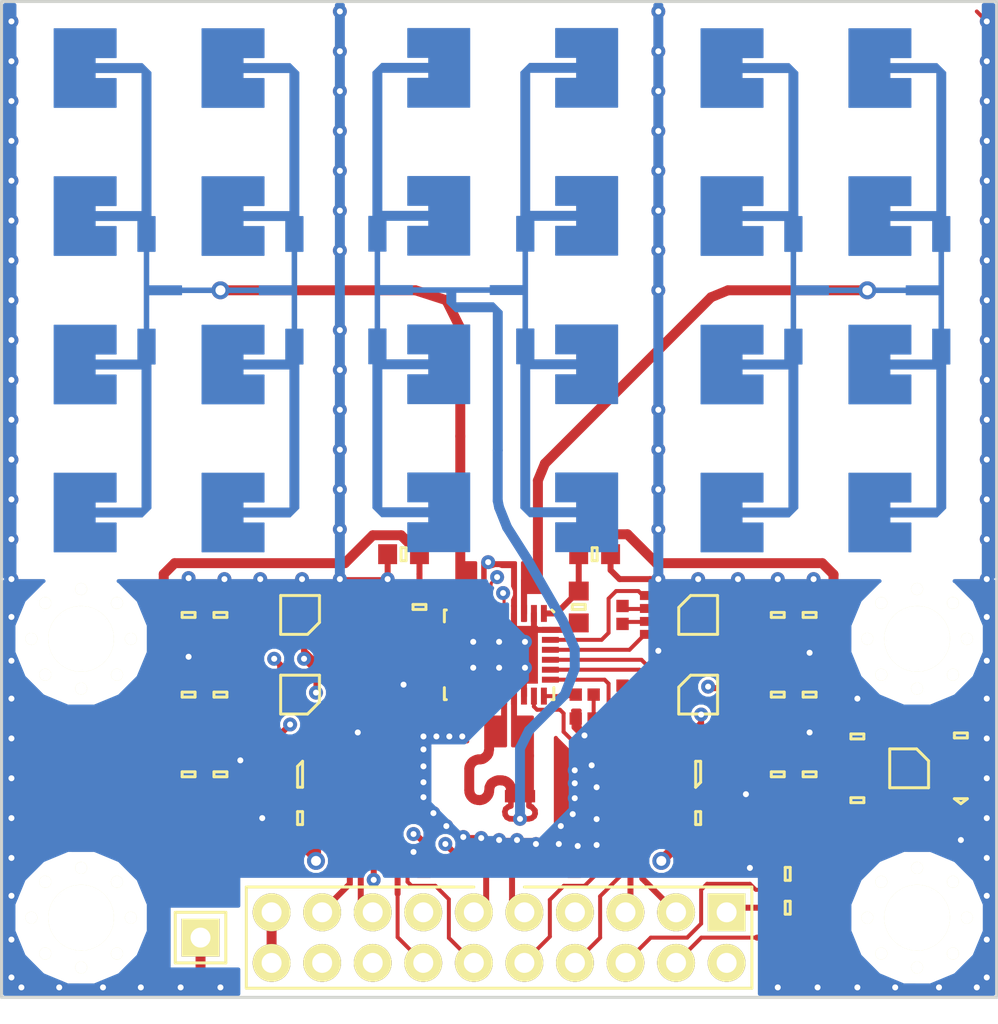
<source format=kicad_pcb>
(kicad_pcb (version 20171130) (host pcbnew "(5.1.12)-1")
  (layers (0 F.Cu signal) (1 In1.Cu signal) (2 In2.Cu signal hide) (31 B.Cu signal) (34 B.Paste user) (35 F.Paste user) (36 B.SilkS user) (37 F.SilkS user) (38 B.Mask user) (39 F.Mask user) (44 Edge.Cuts user))
  (net 0 "")
  (net 1 GND)
  (net 2 "Net-(IC3-Pad3)")
  (net 3 3v3)
  (net 4 "Net-(C5-Pad1)")
  (net 5 "Net-(C6-Pad2)")
  (net 6 /IFQ2_N)
  (net 7 /IFQ2_P)
  (net 8 /IFI2_P)
  (net 9 /IFI2_N)
  (net 10 "Net-(IC2-Pad16)")
  (net 11 /~CS)
  (net 12 /CLK)
  (net 13 /SI)
  (net 14 /ANA)
  (net 15 "Net-(C9-Pad2)")
  (net 16 /FREQ)
  (net 17 /IFI1_N)
  (net 18 /IFI1_P)
  (net 19 /IFQ1_P)
  (net 20 /IFQ1_N)
  (net 21 "Net-(C2-Pad1)")
  (net 22 VBATT)
  (net 23 /IFI1)
  (net 24 "Net-(IC4-Pad3)")
  (net 25 "Net-(IC4-Pad2)")
  (net 26 "Net-(IC5-Pad2)")
  (net 27 "Net-(IC5-Pad3)")
  (net 28 /IFQ1)
  (net 29 /IFI2)
  (net 30 "Net-(IC6-Pad3)")
  (net 31 "Net-(IC6-Pad2)")
  (net 32 "Net-(IC7-Pad2)")
  (net 33 "Net-(IC7-Pad3)")
  (net 34 /FINE)
  (net 35 /COARSE)
  (net 36 /IFQ2)
  (net 37 "Net-(C9-Pad1)")
  (net 38 /~SD)
  (net 39 "Net-(IC8-Pad3)")
  (net 40 /VREF2)
  (net 41 /VREF1)
  (net 42 /RX1)
  (net 43 /RX2)
  (net 44 /TX)
  (net 45 "Net-(D1-Pad2)")
  (module X0 (layer B.Cu) (at 93.5 64.5 90)
    (fp_text reference AE2 hide)
    (fp_text value "" (at 0 0 90) (layer B.SilkS) (effects (font (size 1.524 1.524)) (justify mirror)))
    (pad 1 thru_hole circle (at 0 0 90) (size 0.9 0.9) (drill 0.5) (layers *.Cu) (net 42 /RX1))
  )
  (module agg:0603 (layer F.Cu) (at 59.4 84.8 90)
    (fp_text reference C20)
    (fp_text value 10µ)
    (pad 2 smd rect (at 0.8 0 90) (size 0.95 1) (layers F.Cu F.Paste F.Mask) (net 1 GND))
    (pad 1 smd rect (at -0.8 0 90) (size 0.95 1) (layers F.Cu F.Paste F.Mask) (net 3 3v3))
  )
  (module agg:0603 (layer F.Cu) (at 90.6 84.8 270)
    (fp_text reference C19)
    (fp_text value 10µ)
    (pad 1 smd rect (at -0.8 0 270) (size 0.95 1) (layers F.Cu F.Paste F.Mask) (net 3 3v3))
    (pad 2 smd rect (at 0.8 0 270) (size 0.95 1) (layers F.Cu F.Paste F.Mask) (net 1 GND))
  )
  (module agg:0603-LED (layer F.Cu) (at 98.2 90.15 90)
    (fp_text reference D1)
    (fp_text value LED)
    (pad 1 smd rect (at -0.8 0 90) (size 0.95 1) (layers F.Cu F.Paste F.Mask) (net 1 GND))
    (pad 2 smd rect (at 0.8 0 90) (size 0.95 1) (layers F.Cu F.Paste F.Mask) (net 45 "Net-(D1-Pad2)"))
  )
  (module agg:0603 (layer F.Cu) (at 98.2 86.85 270)
    (fp_text reference R14)
    (fp_text value 1k)
    (pad 1 smd rect (at -0.8 0 270) (size 0.95 1) (layers F.Cu F.Paste F.Mask) (net 3 3v3))
    (pad 2 smd rect (at 0.8 0 270) (size 0.95 1) (layers F.Cu F.Paste F.Mask) (net 45 "Net-(D1-Pad2)"))
  )
  (module agg:0603 (layer F.Cu) (at 79.8 77.75)
    (fp_text reference C18)
    (fp_text value 1µ)
    (pad 1 smd rect (at -0.8 0) (size 0.95 1) (layers F.Cu F.Paste F.Mask) (net 3 3v3))
    (pad 2 smd rect (at 0.8 0) (size 0.95 1) (layers F.Cu F.Paste F.Mask) (net 1 GND))
  )
  (module agg:0402 (layer F.Cu) (at 79.3 86)
    (fp_text reference R3)
    (fp_text value 50)
    (pad 2 smd rect (at 0.45 0) (size 0.62 0.62) (layers F.Cu F.Paste F.Mask) (net 37 "Net-(C9-Pad1)"))
    (pad 1 smd rect (at -0.45 0) (size 0.62 0.62) (layers F.Cu F.Paste F.Mask) (net 1 GND))
  )
  (module agg:0402 (layer F.Cu) (at 68.8 84.8 270)
    (fp_text reference R8)
    (fp_text value 5k49)
    (pad 1 smd rect (at -0.45 0 270) (size 0.62 0.62) (layers F.Cu F.Paste F.Mask) (net 30 "Net-(IC6-Pad3)"))
    (pad 2 smd rect (at 0.45 0 270) (size 0.62 0.62) (layers F.Cu F.Paste F.Mask) (net 31 "Net-(IC6-Pad2)"))
  )
  (module agg:0402 (layer F.Cu) (at 81.2 80.8 90)
    (fp_text reference R7)
    (fp_text value 5k49)
    (pad 2 smd rect (at 0.45 0 90) (size 0.62 0.62) (layers F.Cu F.Paste F.Mask) (net 26 "Net-(IC5-Pad2)"))
    (pad 1 smd rect (at -0.45 0 90) (size 0.62 0.62) (layers F.Cu F.Paste F.Mask) (net 27 "Net-(IC5-Pad3)"))
  )
  (module agg:0402 (layer F.Cu) (at 81.2 84.8 90)
    (fp_text reference R6)
    (fp_text value 5k49)
    (pad 1 smd rect (at -0.45 0 90) (size 0.62 0.62) (layers F.Cu F.Paste F.Mask) (net 24 "Net-(IC4-Pad3)"))
    (pad 2 smd rect (at 0.45 0 90) (size 0.62 0.62) (layers F.Cu F.Paste F.Mask) (net 25 "Net-(IC4-Pad2)"))
  )
  (module agg:0402 (layer F.Cu) (at 68.8 80.8 270)
    (fp_text reference R9)
    (fp_text value 5k49)
    (pad 1 smd rect (at -0.45 0 270) (size 0.62 0.62) (layers F.Cu F.Paste F.Mask) (net 33 "Net-(IC7-Pad3)"))
    (pad 2 smd rect (at 0.45 0 270) (size 0.62 0.62) (layers F.Cu F.Paste F.Mask) (net 32 "Net-(IC7-Pad2)"))
  )
  (module agg:0402 (layer F.Cu) (at 71.8 93.6)
    (fp_text reference C6)
    (fp_text value 100n)
    (pad 2 smd rect (at 0.45 0) (size 0.62 0.62) (layers F.Cu F.Paste F.Mask) (net 5 "Net-(C6-Pad2)"))
    (pad 1 smd rect (at -0.45 0) (size 0.62 0.62) (layers F.Cu F.Paste F.Mask) (net 1 GND))
  )
  (module agg:0402 (layer F.Cu) (at 78.2 93.6)
    (fp_text reference C5)
    (fp_text value 100n)
    (pad 1 smd rect (at -0.45 0) (size 0.62 0.62) (layers F.Cu F.Paste F.Mask) (net 4 "Net-(C5-Pad1)"))
    (pad 2 smd rect (at 0.45 0) (size 0.62 0.62) (layers F.Cu F.Paste F.Mask) (net 1 GND))
  )
  (module agg:0402 (layer F.Cu) (at 76.1 93.6)
    (fp_text reference R1)
    (fp_text value 100)
    (pad 2 smd rect (at 0.45 0) (size 0.62 0.62) (layers F.Cu F.Paste F.Mask) (net 4 "Net-(C5-Pad1)"))
    (pad 1 smd rect (at -0.45 0) (size 0.62 0.62) (layers F.Cu F.Paste F.Mask) (net 34 /FINE))
  )
  (module agg:0402 (layer F.Cu) (at 73.9 93.6 180)
    (fp_text reference R2)
    (fp_text value 100)
    (pad 1 smd rect (at -0.45 0 180) (size 0.62 0.62) (layers F.Cu F.Paste F.Mask) (net 35 /COARSE))
    (pad 2 smd rect (at 0.45 0 180) (size 0.62 0.62) (layers F.Cu F.Paste F.Mask) (net 5 "Net-(C6-Pad2)"))
  )
  (module agg:0402 (layer F.Cu) (at 76.05 89.9)
    (fp_text reference R13)
    (fp_text value 100)
    (pad 1 smd rect (at -0.45 0) (size 0.62 0.62) (layers F.Cu F.Paste F.Mask) (net 44 /TX))
    (pad 2 smd rect (at 0.45 0) (size 0.62 0.62) (layers F.Cu F.Paste F.Mask) (net 44 /TX))
  )
  (module agg:0603 (layer F.Cu) (at 93 86.9 90)
    (fp_text reference C3)
    (fp_text value 1µ)
    (pad 2 smd rect (at 0.8 0 90) (size 0.95 1) (layers F.Cu F.Paste F.Mask) (net 1 GND))
    (pad 1 smd rect (at -0.8 0 90) (size 0.95 1) (layers F.Cu F.Paste F.Mask) (net 3 3v3))
  )
  (module agg:0603 (layer F.Cu) (at 79 80.4 270)
    (fp_text reference C17)
    (fp_text value 100n)
    (pad 1 smd rect (at -0.8 0 270) (size 0.95 1) (layers F.Cu F.Paste F.Mask) (net 3 3v3))
    (pad 2 smd rect (at 0.8 0 270) (size 0.95 1) (layers F.Cu F.Paste F.Mask) (net 1 GND))
  )
  (module agg:M3_MOUNT (layer F.Cu) (at 96 82)
    (fp_text reference X3 hide)
    (fp_text value M3_MOUNT hide)
    (pad "" np_thru_hole circle (at 1.8 1.8) (size 0.6 0.6) (drill 0.6) (layers *.Cu *.Mask F.SilkS))
    (pad "" np_thru_hole circle (at -1.8 1.8) (size 0.6 0.6) (drill 0.6) (layers *.Cu *.Mask F.SilkS))
    (pad "" np_thru_hole circle (at 1.8 -1.8) (size 0.6 0.6) (drill 0.6) (layers *.Cu *.Mask F.SilkS))
    (pad "" np_thru_hole circle (at -1.8 -1.8) (size 0.6 0.6) (drill 0.6) (layers *.Cu *.Mask F.SilkS))
    (pad "" np_thru_hole circle (at -2.5 0) (size 0.6 0.6) (drill 0.6) (layers *.Cu *.Mask F.SilkS))
    (pad "" np_thru_hole circle (at 0 2.5) (size 0.6 0.6) (drill 0.6) (layers *.Cu *.Mask F.SilkS))
    (pad "" np_thru_hole circle (at 2.5 0) (size 0.6 0.6) (drill 0.6) (layers *.Cu *.Mask F.SilkS))
    (pad "" np_thru_hole circle (at 0 -2.5) (size 0.6 0.6) (drill 0.6) (layers *.Cu *.Mask F.SilkS))
    (pad "" np_thru_hole circle (at 0 0) (size 3.3 3.3) (drill 3.3) (layers *.Cu *.Mask F.SilkS) (clearance 1.65))
  )
  (module agg:M3_MOUNT (layer F.Cu) (at 54 82)
    (fp_text reference X4 hide)
    (fp_text value M3_MOUNT hide)
    (pad "" np_thru_hole circle (at 0 0) (size 3.3 3.3) (drill 3.3) (layers *.Cu *.Mask F.SilkS) (clearance 1.65))
    (pad "" np_thru_hole circle (at 0 -2.5) (size 0.6 0.6) (drill 0.6) (layers *.Cu *.Mask F.SilkS))
    (pad "" np_thru_hole circle (at 2.5 0) (size 0.6 0.6) (drill 0.6) (layers *.Cu *.Mask F.SilkS))
    (pad "" np_thru_hole circle (at 0 2.5) (size 0.6 0.6) (drill 0.6) (layers *.Cu *.Mask F.SilkS))
    (pad "" np_thru_hole circle (at -2.5 0) (size 0.6 0.6) (drill 0.6) (layers *.Cu *.Mask F.SilkS))
    (pad "" np_thru_hole circle (at -1.8 -1.8) (size 0.6 0.6) (drill 0.6) (layers *.Cu *.Mask F.SilkS))
    (pad "" np_thru_hole circle (at 1.8 -1.8) (size 0.6 0.6) (drill 0.6) (layers *.Cu *.Mask F.SilkS))
    (pad "" np_thru_hole circle (at -1.8 1.8) (size 0.6 0.6) (drill 0.6) (layers *.Cu *.Mask F.SilkS))
    (pad "" np_thru_hole circle (at 1.8 1.8) (size 0.6 0.6) (drill 0.6) (layers *.Cu *.Mask F.SilkS))
  )
  (module agg:0603 (layer F.Cu) (at 61 88.8 90)
    (fp_text reference R12)
    (fp_text value 10k)
    (pad 2 smd rect (at 0.8 0 90) (size 0.95 1) (layers F.Cu F.Paste F.Mask) (net 1 GND))
    (pad 1 smd rect (at -0.8 0 90) (size 0.95 1) (layers F.Cu F.Paste F.Mask) (net 39 "Net-(IC8-Pad3)"))
  )
  (module agg:0603 (layer F.Cu) (at 59.4 88.8 270)
    (fp_text reference R11)
    (fp_text value 10k)
    (pad 1 smd rect (at -0.8 0 270) (size 0.95 1) (layers F.Cu F.Paste F.Mask) (net 3 3v3))
    (pad 2 smd rect (at 0.8 0 270) (size 0.95 1) (layers F.Cu F.Paste F.Mask) (net 39 "Net-(IC8-Pad3)"))
  )
  (module agg:0603 (layer F.Cu) (at 65 91 180)
    (fp_text reference C16)
    (fp_text value 100n)
    (pad 1 smd rect (at -0.8 0 180) (size 0.95 1) (layers F.Cu F.Paste F.Mask) (net 3 3v3))
    (pad 2 smd rect (at 0.8 0 180) (size 0.95 1) (layers F.Cu F.Paste F.Mask) (net 1 GND))
  )
  (module agg:SC-70-5 (layer F.Cu) (at 65 88.8)
    (fp_text reference IC8)
    (fp_text value AD8541)
    (pad 1 smd rect (at -1.1 -0.65) (size 0.95 0.4) (layers F.Cu F.Paste F.Mask) (net 40 /VREF2))
    (pad 2 smd rect (at -1.1 0) (size 0.95 0.4) (layers F.Cu F.Paste F.Mask) (net 1 GND))
    (pad 3 smd rect (at -1.1 0.65) (size 0.95 0.4) (layers F.Cu F.Paste F.Mask) (net 39 "Net-(IC8-Pad3)"))
    (pad 4 smd rect (at 1.1 0.65) (size 0.95 0.4) (layers F.Cu F.Paste F.Mask) (net 40 /VREF2))
    (pad 5 smd rect (at 1.1 -0.65) (size 0.95 0.4) (layers F.Cu F.Paste F.Mask) (net 3 3v3))
  )
  (module agg:0603 (layer F.Cu) (at 90.6 80.8 270)
    (fp_text reference C15)
    (fp_text value 10µ)
    (pad 1 smd rect (at -0.8 0 270) (size 0.95 1) (layers F.Cu F.Paste F.Mask) (net 3 3v3))
    (pad 2 smd rect (at 0.8 0 270) (size 0.95 1) (layers F.Cu F.Paste F.Mask) (net 1 GND))
  )
  (module agg:TESTPAD (layer F.Cu) (at 80.2 86.85)
    (fp_text reference TP1 hide)
    (fp_text value TESTPAD hide)
    (pad 1 smd circle (at 0 0) (size 0.8 0.8) (layers F.Cu F.Mask) (net 37 "Net-(C9-Pad1)"))
  )
  (module agg:SIL-254P-01 (layer F.Cu) (at 60 97)
    (fp_text reference TP2)
    (fp_text value TESTPAD hide)
    (pad 1 thru_hole rect (at 0 0) (size 1.9 1.9) (drill 1) (layers *.Cu *.Mask F.SilkS) (net 1 GND))
  )
  (module agg:M3_MOUNT (layer F.Cu) (at 96 96)
    (fp_text reference X1 hide)
    (fp_text value M3_MOUNT hide)
    (pad "" np_thru_hole circle (at 1.8 1.8) (size 0.6 0.6) (drill 0.6) (layers *.Cu *.Mask F.SilkS))
    (pad "" np_thru_hole circle (at -1.8 1.8) (size 0.6 0.6) (drill 0.6) (layers *.Cu *.Mask F.SilkS))
    (pad "" np_thru_hole circle (at 1.8 -1.8) (size 0.6 0.6) (drill 0.6) (layers *.Cu *.Mask F.SilkS))
    (pad "" np_thru_hole circle (at -1.8 -1.8) (size 0.6 0.6) (drill 0.6) (layers *.Cu *.Mask F.SilkS))
    (pad "" np_thru_hole circle (at -2.5 0) (size 0.6 0.6) (drill 0.6) (layers *.Cu *.Mask F.SilkS))
    (pad "" np_thru_hole circle (at 0 2.5) (size 0.6 0.6) (drill 0.6) (layers *.Cu *.Mask F.SilkS))
    (pad "" np_thru_hole circle (at 2.5 0) (size 0.6 0.6) (drill 0.6) (layers *.Cu *.Mask F.SilkS))
    (pad "" np_thru_hole circle (at 0 -2.5) (size 0.6 0.6) (drill 0.6) (layers *.Cu *.Mask F.SilkS))
    (pad "" np_thru_hole circle (at 0 0) (size 3.3 3.3) (drill 3.3) (layers *.Cu *.Mask F.SilkS) (clearance 1.65))
  )
  (module agg:M3_MOUNT (layer F.Cu) (at 54 96)
    (fp_text reference X2 hide)
    (fp_text value M3_MOUNT hide)
    (pad "" np_thru_hole circle (at 0 0) (size 3.3 3.3) (drill 3.3) (layers *.Cu *.Mask F.SilkS) (clearance 1.65))
    (pad "" np_thru_hole circle (at 0 -2.5) (size 0.6 0.6) (drill 0.6) (layers *.Cu *.Mask F.SilkS))
    (pad "" np_thru_hole circle (at 2.5 0) (size 0.6 0.6) (drill 0.6) (layers *.Cu *.Mask F.SilkS))
    (pad "" np_thru_hole circle (at 0 2.5) (size 0.6 0.6) (drill 0.6) (layers *.Cu *.Mask F.SilkS))
    (pad "" np_thru_hole circle (at -2.5 0) (size 0.6 0.6) (drill 0.6) (layers *.Cu *.Mask F.SilkS))
    (pad "" np_thru_hole circle (at -1.8 -1.8) (size 0.6 0.6) (drill 0.6) (layers *.Cu *.Mask F.SilkS))
    (pad "" np_thru_hole circle (at 1.8 -1.8) (size 0.6 0.6) (drill 0.6) (layers *.Cu *.Mask F.SilkS))
    (pad "" np_thru_hole circle (at -1.8 1.8) (size 0.6 0.6) (drill 0.6) (layers *.Cu *.Mask F.SilkS))
    (pad "" np_thru_hole circle (at 1.8 1.8) (size 0.6 0.6) (drill 0.6) (layers *.Cu *.Mask F.SilkS))
  )
  (module agg:0603 (layer F.Cu) (at 89.5 93.8 180)
    (fp_text reference R10)
    (fp_text value 10k)
    (pad 1 smd rect (at -0.8 0 180) (size 0.95 1) (layers F.Cu F.Paste F.Mask) (net 38 /~SD))
    (pad 2 smd rect (at 0.8 0 180) (size 0.95 1) (layers F.Cu F.Paste F.Mask) (net 1 GND))
  )
  (module agg:DIL-254P-20 (layer F.Cu) (at 75 97 180)
    (fp_text reference J1)
    (fp_text value CONN_02x10 hide)
    (pad 1 thru_hole rect (at -11.43 1.27 180) (size 1.9 1.9) (drill 1) (layers *.Cu *.Mask F.SilkS) (net 1 GND))
    (pad 2 thru_hole circle (at -11.43 -1.27 180) (size 1.9 1.9) (drill 1) (layers *.Cu *.Mask F.SilkS) (net 1 GND))
    (pad 3 thru_hole circle (at -8.89 1.27 180) (size 1.9 1.9) (drill 1) (layers *.Cu *.Mask F.SilkS) (net 23 /IFI1))
    (pad 4 thru_hole circle (at -8.89 -1.27 180) (size 1.9 1.9) (drill 1) (layers *.Cu *.Mask F.SilkS) (net 22 VBATT))
    (pad 5 thru_hole circle (at -6.35 1.27 180) (size 1.9 1.9) (drill 1) (layers *.Cu *.Mask F.SilkS) (net 28 /IFQ1))
    (pad 6 thru_hole circle (at -6.35 -1.27 180) (size 1.9 1.9) (drill 1) (layers *.Cu *.Mask F.SilkS) (net 38 /~SD))
    (pad 7 thru_hole circle (at -3.81 1.27 180) (size 1.9 1.9) (drill 1) (layers *.Cu *.Mask F.SilkS) (net 1 GND))
    (pad 8 thru_hole circle (at -3.81 -1.27 180) (size 1.9 1.9) (drill 1) (layers *.Cu *.Mask F.SilkS) (net 16 /FREQ))
    (pad 9 thru_hole circle (at -1.27 1.27 180) (size 1.9 1.9) (drill 1) (layers *.Cu *.Mask F.SilkS) (net 34 /FINE))
    (pad 10 thru_hole circle (at -1.27 -1.27 180) (size 1.9 1.9) (drill 1) (layers *.Cu *.Mask F.SilkS) (net 14 /ANA))
    (pad 11 thru_hole circle (at 1.27 1.27 180) (size 1.9 1.9) (drill 1) (layers *.Cu *.Mask F.SilkS) (net 35 /COARSE))
    (pad 12 thru_hole circle (at 1.27 -1.27 180) (size 1.9 1.9) (drill 1) (layers *.Cu *.Mask F.SilkS) (net 13 /SI))
    (pad 13 thru_hole circle (at 3.81 1.27 180) (size 1.9 1.9) (drill 1) (layers *.Cu *.Mask F.SilkS) (net 1 GND))
    (pad 14 thru_hole circle (at 3.81 -1.27 180) (size 1.9 1.9) (drill 1) (layers *.Cu *.Mask F.SilkS) (net 12 /CLK))
    (pad 15 thru_hole circle (at 6.35 1.27 180) (size 1.9 1.9) (drill 1) (layers *.Cu *.Mask F.SilkS) (net 36 /IFQ2))
    (pad 16 thru_hole circle (at 6.35 -1.27 180) (size 1.9 1.9) (drill 1) (layers *.Cu *.Mask F.SilkS) (net 11 /~CS))
    (pad 17 thru_hole circle (at 8.89 1.27 180) (size 1.9 1.9) (drill 1) (layers *.Cu *.Mask F.SilkS) (net 29 /IFI2))
    (pad 18 thru_hole circle (at 8.89 -1.27 180) (size 1.9 1.9) (drill 1) (layers *.Cu *.Mask F.SilkS) (net 1 GND))
    (pad 19 thru_hole circle (at 11.43 1.27 180) (size 1.9 1.9) (drill 1) (layers *.Cu *.Mask F.SilkS) (net 1 GND))
    (pad 20 thru_hole circle (at 11.43 -1.27 180) (size 1.9 1.9) (drill 1) (layers *.Cu *.Mask F.SilkS) (net 1 GND))
  )
  (module agg:0402 (layer F.Cu) (at 79.3 84.8 180)
    (fp_text reference C9)
    (fp_text value 1n)
    (pad 1 smd rect (at -0.45 0 180) (size 0.62 0.62) (layers F.Cu F.Paste F.Mask) (net 37 "Net-(C9-Pad1)"))
    (pad 2 smd rect (at 0.45 0 180) (size 0.62 0.62) (layers F.Cu F.Paste F.Mask) (net 15 "Net-(C9-Pad2)"))
  )
  (module agg:0603 (layer F.Cu) (at 90.6 88.8 90)
    (fp_text reference R4)
    (fp_text value 10k)
    (pad 2 smd rect (at 0.8 0 90) (size 0.95 1) (layers F.Cu F.Paste F.Mask) (net 2 "Net-(IC3-Pad3)"))
    (pad 1 smd rect (at -0.8 0 90) (size 0.95 1) (layers F.Cu F.Paste F.Mask) (net 3 3v3))
  )
  (module agg:0603 (layer F.Cu) (at 89 88.8 270)
    (fp_text reference R5)
    (fp_text value 10k)
    (pad 1 smd rect (at -0.8 0 270) (size 0.95 1) (layers F.Cu F.Paste F.Mask) (net 2 "Net-(IC3-Pad3)"))
    (pad 2 smd rect (at 0.8 0 270) (size 0.95 1) (layers F.Cu F.Paste F.Mask) (net 1 GND))
  )
  (module agg:0603 (layer F.Cu) (at 89.5 95.5 180)
    (fp_text reference C1)
    (fp_text value 1µ)
    (pad 2 smd rect (at 0.8 0 180) (size 0.95 1) (layers F.Cu F.Paste F.Mask) (net 1 GND))
    (pad 1 smd rect (at -0.8 0 180) (size 0.95 1) (layers F.Cu F.Paste F.Mask) (net 22 VBATT))
  )
  (module agg:0603 (layer F.Cu) (at 85 91)
    (fp_text reference C14)
    (fp_text value 100n)
    (pad 1 smd rect (at -0.8 0) (size 0.95 1) (layers F.Cu F.Paste F.Mask) (net 3 3v3))
    (pad 2 smd rect (at 0.8 0) (size 0.95 1) (layers F.Cu F.Paste F.Mask) (net 1 GND))
  )
  (module agg:0603 (layer F.Cu) (at 61 80.8 90)
    (fp_text reference C13)
    (fp_text value 100n)
    (pad 2 smd rect (at 0.8 0 90) (size 0.95 1) (layers F.Cu F.Paste F.Mask) (net 1 GND))
    (pad 1 smd rect (at -0.8 0 90) (size 0.95 1) (layers F.Cu F.Paste F.Mask) (net 3 3v3))
  )
  (module agg:0603 (layer F.Cu) (at 93 90.1 90)
    (fp_text reference C2)
    (fp_text value 1n)
    (pad 1 smd rect (at -0.8 0 90) (size 0.95 1) (layers F.Cu F.Paste F.Mask) (net 21 "Net-(C2-Pad1)"))
    (pad 2 smd rect (at 0.8 0 90) (size 0.95 1) (layers F.Cu F.Paste F.Mask) (net 3 3v3))
  )
  (module agg:0603 (layer F.Cu) (at 59.4 80.8 90)
    (fp_text reference C4)
    (fp_text value 10µ)
    (pad 1 smd rect (at -0.8 0 90) (size 0.95 1) (layers F.Cu F.Paste F.Mask) (net 3 3v3))
    (pad 2 smd rect (at 0.8 0 90) (size 0.95 1) (layers F.Cu F.Paste F.Mask) (net 1 GND))
  )
  (module agg:0603 (layer F.Cu) (at 71 80.4 270)
    (fp_text reference C7)
    (fp_text value 1µ)
    (pad 2 smd rect (at 0.8 0 270) (size 0.95 1) (layers F.Cu F.Paste F.Mask) (net 1 GND))
    (pad 1 smd rect (at -0.8 0 270) (size 0.95 1) (layers F.Cu F.Paste F.Mask) (net 3 3v3))
  )
  (module agg:0603 (layer F.Cu) (at 70.2 77.75 180)
    (fp_text reference C8)
    (fp_text value 100n)
    (pad 1 smd rect (at -0.8 0 180) (size 0.95 1) (layers F.Cu F.Paste F.Mask) (net 3 3v3))
    (pad 2 smd rect (at 0.8 0 180) (size 0.95 1) (layers F.Cu F.Paste F.Mask) (net 1 GND))
  )
  (module agg:0603 (layer F.Cu) (at 89 84.8 270)
    (fp_text reference C10)
    (fp_text value 100n)
    (pad 2 smd rect (at 0.8 0 270) (size 0.95 1) (layers F.Cu F.Paste F.Mask) (net 1 GND))
    (pad 1 smd rect (at -0.8 0 270) (size 0.95 1) (layers F.Cu F.Paste F.Mask) (net 3 3v3))
  )
  (module agg:0603 (layer F.Cu) (at 89 80.8 270)
    (fp_text reference C11)
    (fp_text value 100n)
    (pad 1 smd rect (at -0.8 0 270) (size 0.95 1) (layers F.Cu F.Paste F.Mask) (net 3 3v3))
    (pad 2 smd rect (at 0.8 0 270) (size 0.95 1) (layers F.Cu F.Paste F.Mask) (net 1 GND))
  )
  (module agg:0603 (layer F.Cu) (at 61 84.8 90)
    (fp_text reference C12)
    (fp_text value 100n)
    (pad 1 smd rect (at -0.8 0 90) (size 0.95 1) (layers F.Cu F.Paste F.Mask) (net 3 3v3))
    (pad 2 smd rect (at 0.8 0 90) (size 0.95 1) (layers F.Cu F.Paste F.Mask) (net 1 GND))
  )
  (module agg:MSOP-8 (layer F.Cu) (at 65 80.8 180)
    (fp_text reference IC7)
    (fp_text value AD8226)
    (pad 1 smd rect (at -2.2 -0.975 180) (size 1.45 0.45) (layers F.Cu F.Paste F.Mask) (net 6 /IFQ2_N))
    (pad 2 smd rect (at -2.2 -0.325 180) (size 1.45 0.45) (layers F.Cu F.Paste F.Mask) (net 32 "Net-(IC7-Pad2)"))
    (pad 3 smd rect (at -2.2 0.325 180) (size 1.45 0.45) (layers F.Cu F.Paste F.Mask) (net 33 "Net-(IC7-Pad3)"))
    (pad 4 smd rect (at -2.2 0.975 180) (size 1.45 0.45) (layers F.Cu F.Paste F.Mask) (net 7 /IFQ2_P))
    (pad 5 smd rect (at 2.2 0.975 180) (size 1.45 0.45) (layers F.Cu F.Paste F.Mask) (net 1 GND))
    (pad 6 smd rect (at 2.2 0.325 180) (size 1.45 0.45) (layers F.Cu F.Paste F.Mask) (net 40 /VREF2))
    (pad 7 smd rect (at 2.2 -0.325 180) (size 1.45 0.45) (layers F.Cu F.Paste F.Mask) (net 36 /IFQ2))
    (pad 8 smd rect (at 2.2 -0.975 180) (size 1.45 0.45) (layers F.Cu F.Paste F.Mask) (net 3 3v3))
  )
  (module agg:MSOP-8 (layer F.Cu) (at 65 84.8 180)
    (fp_text reference IC6)
    (fp_text value AD8226)
    (pad 8 smd rect (at 2.2 -0.975 180) (size 1.45 0.45) (layers F.Cu F.Paste F.Mask) (net 3 3v3))
    (pad 7 smd rect (at 2.2 -0.325 180) (size 1.45 0.45) (layers F.Cu F.Paste F.Mask) (net 29 /IFI2))
    (pad 6 smd rect (at 2.2 0.325 180) (size 1.45 0.45) (layers F.Cu F.Paste F.Mask) (net 40 /VREF2))
    (pad 5 smd rect (at 2.2 0.975 180) (size 1.45 0.45) (layers F.Cu F.Paste F.Mask) (net 1 GND))
    (pad 4 smd rect (at -2.2 0.975 180) (size 1.45 0.45) (layers F.Cu F.Paste F.Mask) (net 8 /IFI2_P))
    (pad 3 smd rect (at -2.2 0.325 180) (size 1.45 0.45) (layers F.Cu F.Paste F.Mask) (net 30 "Net-(IC6-Pad3)"))
    (pad 2 smd rect (at -2.2 -0.325 180) (size 1.45 0.45) (layers F.Cu F.Paste F.Mask) (net 31 "Net-(IC6-Pad2)"))
    (pad 1 smd rect (at -2.2 -0.975 180) (size 1.45 0.45) (layers F.Cu F.Paste F.Mask) (net 9 /IFI2_N))
  )
  (module agg:MSOP-8 (layer F.Cu) (at 85 80.8)
    (fp_text reference IC5)
    (fp_text value AD8226)
    (pad 1 smd rect (at -2.2 -0.975) (size 1.45 0.45) (layers F.Cu F.Paste F.Mask) (net 20 /IFQ1_N))
    (pad 2 smd rect (at -2.2 -0.325) (size 1.45 0.45) (layers F.Cu F.Paste F.Mask) (net 26 "Net-(IC5-Pad2)"))
    (pad 3 smd rect (at -2.2 0.325) (size 1.45 0.45) (layers F.Cu F.Paste F.Mask) (net 27 "Net-(IC5-Pad3)"))
    (pad 4 smd rect (at -2.2 0.975) (size 1.45 0.45) (layers F.Cu F.Paste F.Mask) (net 19 /IFQ1_P))
    (pad 5 smd rect (at 2.2 0.975) (size 1.45 0.45) (layers F.Cu F.Paste F.Mask) (net 1 GND))
    (pad 6 smd rect (at 2.2 0.325) (size 1.45 0.45) (layers F.Cu F.Paste F.Mask) (net 41 /VREF1))
    (pad 7 smd rect (at 2.2 -0.325) (size 1.45 0.45) (layers F.Cu F.Paste F.Mask) (net 28 /IFQ1))
    (pad 8 smd rect (at 2.2 -0.975) (size 1.45 0.45) (layers F.Cu F.Paste F.Mask) (net 3 3v3))
  )
  (module agg:MSOP-8 (layer F.Cu) (at 85 84.8)
    (fp_text reference IC4)
    (fp_text value AD8226)
    (pad 8 smd rect (at 2.2 -0.975) (size 1.45 0.45) (layers F.Cu F.Paste F.Mask) (net 3 3v3))
    (pad 7 smd rect (at 2.2 -0.325) (size 1.45 0.45) (layers F.Cu F.Paste F.Mask) (net 23 /IFI1))
    (pad 6 smd rect (at 2.2 0.325) (size 1.45 0.45) (layers F.Cu F.Paste F.Mask) (net 41 /VREF1))
    (pad 5 smd rect (at 2.2 0.975) (size 1.45 0.45) (layers F.Cu F.Paste F.Mask) (net 1 GND))
    (pad 4 smd rect (at -2.2 0.975) (size 1.45 0.45) (layers F.Cu F.Paste F.Mask) (net 18 /IFI1_P))
    (pad 3 smd rect (at -2.2 0.325) (size 1.45 0.45) (layers F.Cu F.Paste F.Mask) (net 24 "Net-(IC4-Pad3)"))
    (pad 2 smd rect (at -2.2 -0.325) (size 1.45 0.45) (layers F.Cu F.Paste F.Mask) (net 25 "Net-(IC4-Pad2)"))
    (pad 1 smd rect (at -2.2 -0.975) (size 1.45 0.45) (layers F.Cu F.Paste F.Mask) (net 17 /IFI1_N))
  )
  (module agg:MSOP-8 (layer F.Cu) (at 95.6 88.5 270)
    (fp_text reference IC1)
    (fp_text value ADP3335)
    (pad 1 smd rect (at -2.2 -0.975 270) (size 1.45 0.45) (layers F.Cu F.Paste F.Mask) (net 3 3v3))
    (pad 2 smd rect (at -2.2 -0.325 270) (size 1.45 0.45) (layers F.Cu F.Paste F.Mask) (net 3 3v3))
    (pad 3 smd rect (at -2.2 0.325 270) (size 1.45 0.45) (layers F.Cu F.Paste F.Mask) (net 3 3v3))
    (pad 4 smd rect (at -2.2 0.975 270) (size 1.45 0.45) (layers F.Cu F.Paste F.Mask) (net 1 GND))
    (pad 5 smd rect (at 2.2 0.975 270) (size 1.45 0.45) (layers F.Cu F.Paste F.Mask) (net 21 "Net-(C2-Pad1)"))
    (pad 6 smd rect (at 2.2 0.325 270) (size 1.45 0.45) (layers F.Cu F.Paste F.Mask) (net 38 /~SD))
    (pad 7 smd rect (at 2.2 -0.325 270) (size 1.45 0.45) (layers F.Cu F.Paste F.Mask) (net 22 VBATT))
    (pad 8 smd rect (at 2.2 -0.975 270) (size 1.45 0.45) (layers F.Cu F.Paste F.Mask) (net 22 VBATT))
  )
  (module agg:QFN-32-BGT24MTR (layer F.Cu) (at 75 82.8 270)
    (fp_text reference IC2)
    (fp_text value BGT24MTR12)
    (pad 1 smd rect (at -2.075 -2.25 270) (size 0.85 0.3) (layers F.Cu F.Paste F.Mask) (net 3 3v3))
    (pad 2 smd rect (at -2.075 -1.75 270) (size 0.85 0.3) (layers F.Cu F.Paste F.Mask) (net 1 GND))
    (pad 3 smd rect (at -2.075 -1.25 270) (size 0.85 0.3) (layers F.Cu F.Paste F.Mask) (net 42 /RX1))
    (pad 4 smd rect (at -2.075 -0.75 270) (size 0.85 0.3) (layers F.Cu F.Paste F.Mask) (net 1 GND))
    (pad 5 smd rect (at -2.075 -0.25 270) (size 0.85 0.3) (layers F.Cu F.Paste F.Mask) (net 4 "Net-(C5-Pad1)"))
    (pad 6 smd rect (at -2.075 0.25 270) (size 0.85 0.3) (layers F.Cu F.Paste F.Mask) (net 5 "Net-(C6-Pad2)"))
    (pad 7 smd rect (at -2.075 0.75 270) (size 0.85 0.3) (layers F.Cu F.Paste F.Mask) (net 1 GND))
    (pad 8 smd rect (at -2.075 1.25 270) (size 0.85 0.3) (layers F.Cu F.Paste F.Mask) (net 43 /RX2))
    (pad 9 smd rect (at -2.075 1.75 270) (size 0.85 0.3) (layers F.Cu F.Paste F.Mask) (net 1 GND))
    (pad 10 smd rect (at -2.075 2.25 270) (size 0.85 0.3) (layers F.Cu F.Paste F.Mask) (net 3 3v3))
    (pad 11 smd rect (at -1.25 2.575 270) (size 0.3 0.85) (layers F.Cu F.Paste F.Mask) (net 1 GND))
    (pad 12 smd rect (at -0.75 2.575 270) (size 0.3 0.85) (layers F.Cu F.Paste F.Mask) (net 6 /IFQ2_N))
    (pad 13 smd rect (at -0.25 2.575 270) (size 0.3 0.85) (layers F.Cu F.Paste F.Mask) (net 7 /IFQ2_P))
    (pad 14 smd rect (at 0.25 2.575 270) (size 0.3 0.85) (layers F.Cu F.Paste F.Mask) (net 8 /IFI2_P))
    (pad 15 smd rect (at 0.75 2.575 270) (size 0.3 0.85) (layers F.Cu F.Paste F.Mask) (net 9 /IFI2_N))
    (pad 16 smd rect (at 1.25 2.575 270) (size 0.3 0.85) (layers F.Cu F.Paste F.Mask) (net 10 "Net-(IC2-Pad16)"))
    (pad 17 smd rect (at 2.075 2.25 270) (size 0.85 0.3) (layers F.Cu F.Paste F.Mask) (net 10 "Net-(IC2-Pad16)"))
    (pad 18 smd rect (at 2.075 1.75 270) (size 0.85 0.3) (layers F.Cu F.Paste F.Mask) (net 11 /~CS))
    (pad 19 smd rect (at 2.075 1.25 270) (size 0.85 0.3) (layers F.Cu F.Paste F.Mask) (net 12 /CLK))
    (pad 20 smd rect (at 2.075 0.75 270) (size 0.85 0.3) (layers F.Cu F.Paste F.Mask) (net 13 /SI))
    (pad 21 smd rect (at 2.075 0.25 270) (size 0.85 0.3) (layers F.Cu F.Paste F.Mask) (net 1 GND))
    (pad 22 smd rect (at 2.075 -0.25 270) (size 0.85 0.3) (layers F.Cu F.Paste F.Mask) (net 44 /TX))
    (pad 23 smd rect (at 2.075 -0.75 270) (size 0.85 0.3) (layers F.Cu F.Paste F.Mask) (net 44 /TX))
    (pad 24 smd rect (at 2.075 -1.25 270) (size 0.85 0.3) (layers F.Cu F.Paste F.Mask) (net 1 GND))
    (pad 25 smd rect (at 2.075 -1.75 270) (size 0.85 0.3) (layers F.Cu F.Paste F.Mask) (net 14 /ANA))
    (pad 26 smd rect (at 2.075 -2.25 270) (size 0.85 0.3) (layers F.Cu F.Paste F.Mask) (net 15 "Net-(C9-Pad2)"))
    (pad 27 smd rect (at 1.25 -2.575 270) (size 0.3 0.85) (layers F.Cu F.Paste F.Mask) (net 16 /FREQ))
    (pad 28 smd rect (at 0.75 -2.575 270) (size 0.3 0.85) (layers F.Cu F.Paste F.Mask) (net 17 /IFI1_N))
    (pad 29 smd rect (at 0.25 -2.575 270) (size 0.3 0.85) (layers F.Cu F.Paste F.Mask) (net 18 /IFI1_P))
    (pad 30 smd rect (at -0.25 -2.575 270) (size 0.3 0.85) (layers F.Cu F.Paste F.Mask) (net 19 /IFQ1_P))
    (pad 31 smd rect (at -0.75 -2.575 270) (size 0.3 0.85) (layers F.Cu F.Paste F.Mask) (net 20 /IFQ1_N))
    (pad 32 smd rect (at -1.25 -2.575 270) (size 0.3 0.85) (layers F.Cu F.Paste F.Mask) (net 1 GND))
    (pad EP thru_hole circle (at -0.65 -1.3 270) (size 0.7 0.7) (drill 0.3) (layers *.Cu) (net 1 GND))
    (pad EP thru_hole circle (at -0.65 0 270) (size 0.7 0.7) (drill 0.3) (layers *.Cu) (net 1 GND))
    (pad EP thru_hole circle (at -0.65 1.3 270) (size 0.7 0.7) (drill 0.3) (layers *.Cu) (net 1 GND))
    (pad EP thru_hole circle (at 0.65 -1.3 270) (size 0.7 0.7) (drill 0.3) (layers *.Cu) (net 1 GND))
    (pad EP thru_hole circle (at 0.65 0 270) (size 0.7 0.7) (drill 0.3) (layers *.Cu) (net 1 GND))
    (pad EP thru_hole circle (at 0.65 1.3 270) (size 0.7 0.7) (drill 0.3) (layers *.Cu) (net 1 GND))
    (pad EP smd rect (at 0 0 270) (size 2.9 3.9) (layers F.Cu F.Mask) (net 1 GND))
  )
  (module agg:SC-70-5 (layer F.Cu) (at 85 88.8 180)
    (fp_text reference IC3)
    (fp_text value AD8541)
    (pad 1 smd rect (at -1.1 -0.65 180) (size 0.95 0.4) (layers F.Cu F.Paste F.Mask) (net 41 /VREF1))
    (pad 2 smd rect (at -1.1 0 180) (size 0.95 0.4) (layers F.Cu F.Paste F.Mask) (net 1 GND))
    (pad 3 smd rect (at -1.1 0.65 180) (size 0.95 0.4) (layers F.Cu F.Paste F.Mask) (net 2 "Net-(IC3-Pad3)"))
    (pad 4 smd rect (at 1.1 0.65 180) (size 0.95 0.4) (layers F.Cu F.Paste F.Mask) (net 41 /VREF1))
    (pad 5 smd rect (at 1.1 -0.65 180) (size 0.95 0.4) (layers F.Cu F.Paste F.Mask) (net 3 3v3))
  )
  (module X0 (layer B.Cu) (at 61 64.5 90)
    (fp_text reference AE3 hide)
    (fp_text value "" (at 0 0 90) (layer B.SilkS) (effects (font (size 1.524 1.524)) (justify mirror)))
    (pad 1 thru_hole circle (at 0 0 90) (size 0.9 0.9) (drill 0.5) (layers *.Cu) (net 43 /RX2))
  )
  (gr_text "AG\nr1" (at 53 89) (layer F.Cu) (effects (font (size 1.5 1.5) (thickness 0.3))))
  (gr_line (start 50 50) (end 50 50) (layer Edge.Cuts) (width 0.15))
  (gr_line (start 100 50) (end 50 50) (layer Edge.Cuts) (width 0.15))
  (gr_line (start 100 100) (end 100 50) (layer Edge.Cuts) (width 0.15))
  (gr_line (start 50 100) (end 100 100) (layer Edge.Cuts) (width 0.15))
  (gr_line (start 50 50) (end 50 100) (layer Edge.Cuts) (width 0.15))
  (segment (start 78.8 88.6) (end 79.05 88.35) (width 0.2) (layer B.Cu) (net 1))
  (segment (start 79.05 88.35) (end 79.65 88.35) (width 0.2) (layer B.Cu) (net 1))
  (via (at 79.65 88.35) (size 0.7) (drill 0.3) (layers F.Cu B.Cu) (net 1))
  (segment (start 74.25 80.725) (end 74.25 78.35) (width 0.2) (layer F.Cu) (net 1))
  (segment (start 74.25 78.35) (end 74.45 78.15) (width 0.2) (layer F.Cu) (net 1))
  (via (at 74.45 78.15) (size 0.7) (drill 0.3) (layers F.Cu B.Cu) (net 1))
  (segment (start 75.75 78.25) (end 75.75 79.15) (width 0.2) (layer F.Cu) (net 1))
  (segment (start 74.25 78.25) (end 75.75 78.25) (width 0.2) (layer F.Cu) (net 1))
  (segment (start 74.25 80.725) (end 74.25 78.25) (width 0.2) (layer F.Cu) (net 1))
  (via (at 90.8 79) (size 0.7) (drill 0.3) (layers F.Cu B.Cu) (net 1))
  (via (at 70.2 84.3) (size 0.7) (drill 0.3) (layers F.Cu B.Cu) (net 1))
  (via (at 67.9 86.7) (size 0.7) (drill 0.3) (layers F.Cu B.Cu) (net 1))
  (segment (start 75.8 80.675) (end 75.75 80.725) (width 0.15) (layer F.Cu) (net 1))
  (segment (start 71.35 93.6) (end 71.35 93.35) (width 0.3) (layer F.Cu) (net 1))
  (segment (start 71.35 93.35) (end 70.7 92.7) (width 0.3) (layer F.Cu) (net 1))
  (via (at 70.7 92.7) (size 0.7) (drill 0.3) (layers F.Cu B.Cu) (net 1))
  (segment (start 76.85 92.3) (end 76.1 92.3) (width 0.15) (layer F.Cu) (net 1))
  (segment (start 76.1 92.3) (end 75.9 92.1) (width 0.15) (layer F.Cu) (net 1))
  (via (at 55.1 99.5) (size 0.7) (drill 0.3) (layers F.Cu B.Cu) (net 1))
  (segment (start 52.9 99.5) (end 55.1 99.5) (width 0.2) (layer F.Cu) (net 1))
  (via (at 52.9 99.5) (size 0.7) (drill 0.3) (layers F.Cu B.Cu) (net 1))
  (via (at 94.9 99.5) (size 0.7) (drill 0.3) (layers F.Cu B.Cu) (net 1))
  (segment (start 94.9 99.5) (end 93 99.5) (width 0.2) (layer F.Cu) (net 1))
  (via (at 97.1 99.5) (size 0.7) (drill 0.3) (layers F.Cu B.Cu) (net 1))
  (segment (start 99 99.5) (end 97.1 99.5) (width 0.2) (layer F.Cu) (net 1))
  (via (at 50.5 83.1) (size 0.7) (drill 0.3) (layers F.Cu B.Cu) (net 1))
  (segment (start 50.5 83.1) (end 50.5 85) (width 0.2) (layer F.Cu) (net 1))
  (via (at 50.5 80.9) (size 0.7) (drill 0.3) (layers F.Cu B.Cu) (net 1))
  (via (at 50.5 97.1) (size 0.7) (drill 0.3) (layers F.Cu B.Cu) (net 1))
  (segment (start 50.5 94.9) (end 50.5 97.1) (width 0.2) (layer F.Cu) (net 1))
  (via (at 50.5 94.9) (size 0.7) (drill 0.3) (layers F.Cu B.Cu) (net 1))
  (via (at 99.5 97.1) (size 0.7) (drill 0.3) (layers F.Cu B.Cu) (net 1))
  (segment (start 99.5 97.1) (end 99.5 99) (width 0.2) (layer F.Cu) (net 1))
  (via (at 99.5 94.9) (size 0.7) (drill 0.3) (layers F.Cu B.Cu) (net 1))
  (segment (start 99.5 93) (end 99.5 94.9) (width 0.2) (layer F.Cu) (net 1))
  (via (at 99.5 83.1) (size 0.7) (drill 0.3) (layers F.Cu B.Cu) (net 1))
  (segment (start 99.5 83.1) (end 99.5 81.1) (width 0.2) (layer F.Cu) (net 1))
  (segment (start 99.5 81.1) (end 99.6 81) (width 0.2) (layer F.Cu) (net 1))
  (via (at 99.5 80.9) (size 0.7) (drill 0.3) (layers F.Cu B.Cu) (net 1))
  (segment (start 91 99.5) (end 89 99.5) (width 0.2) (layer F.Cu) (net 1))
  (via (at 89 99.5) (size 0.7) (drill 0.3) (layers F.Cu B.Cu) (net 1))
  (via (at 91 99.5) (size 0.7) (drill 0.3) (layers F.Cu B.Cu) (net 1))
  (via (at 93 99.5) (size 0.7) (drill 0.3) (layers F.Cu B.Cu) (net 1))
  (via (at 99 99.5) (size 0.7) (drill 0.3) (layers F.Cu B.Cu) (net 1))
  (via (at 99.5 99) (size 0.7) (drill 0.3) (layers F.Cu B.Cu) (net 1))
  (via (at 99.5 93) (size 0.7) (drill 0.3) (layers F.Cu B.Cu) (net 1))
  (segment (start 99.5 89) (end 99.5 91) (width 0.2) (layer F.Cu) (net 1))
  (via (at 99.5 91) (size 0.7) (drill 0.3) (layers F.Cu B.Cu) (net 1))
  (via (at 99.5 89) (size 0.7) (drill 0.3) (layers F.Cu B.Cu) (net 1))
  (segment (start 99.5 85) (end 99.5 87) (width 0.2) (layer F.Cu) (net 1))
  (via (at 99.5 87) (size 0.7) (drill 0.3) (layers F.Cu B.Cu) (net 1))
  (via (at 99.5 85) (size 0.7) (drill 0.3) (layers F.Cu B.Cu) (net 1))
  (segment (start 99.5 77) (end 99.5 79) (width 0.2) (layer F.Cu) (net 1))
  (via (at 99.5 79) (size 0.7) (drill 0.3) (layers F.Cu B.Cu) (net 1))
  (via (at 99.5 77) (size 0.7) (drill 0.3) (layers F.Cu B.Cu) (net 1))
  (segment (start 99.5 73) (end 99.5 75) (width 0.2) (layer F.Cu) (net 1))
  (via (at 99.5 75) (size 0.7) (drill 0.3) (layers F.Cu B.Cu) (net 1))
  (via (at 99.5 73) (size 0.7) (drill 0.3) (layers F.Cu B.Cu) (net 1))
  (segment (start 99.5 69) (end 99.5 71) (width 0.2) (layer F.Cu) (net 1))
  (via (at 99.5 71) (size 0.7) (drill 0.3) (layers F.Cu B.Cu) (net 1))
  (via (at 99.5 69) (size 0.7) (drill 0.3) (layers F.Cu B.Cu) (net 1))
  (segment (start 99.5 65) (end 99.5 67) (width 0.2) (layer F.Cu) (net 1))
  (via (at 99.5 67) (size 0.7) (drill 0.3) (layers F.Cu B.Cu) (net 1))
  (via (at 99.5 65) (size 0.7) (drill 0.3) (layers F.Cu B.Cu) (net 1))
  (segment (start 99.5 61) (end 99.5 63) (width 0.2) (layer F.Cu) (net 1))
  (via (at 99.5 63) (size 0.7) (drill 0.3) (layers F.Cu B.Cu) (net 1))
  (via (at 99.5 61) (size 0.7) (drill 0.3) (layers F.Cu B.Cu) (net 1))
  (segment (start 99.5 57) (end 99.5 59) (width 0.2) (layer F.Cu) (net 1))
  (via (at 99.5 59) (size 0.7) (drill 0.3) (layers F.Cu B.Cu) (net 1))
  (via (at 99.5 57) (size 0.7) (drill 0.3) (layers F.Cu B.Cu) (net 1))
  (segment (start 99.5 53) (end 99.5 55) (width 0.2) (layer F.Cu) (net 1))
  (via (at 99.5 55) (size 0.7) (drill 0.3) (layers F.Cu B.Cu) (net 1))
  (via (at 99.5 53) (size 0.7) (drill 0.3) (layers F.Cu B.Cu) (net 1))
  (segment (start 99 50.5) (end 99.5 51) (width 0.2) (layer F.Cu) (net 1))
  (via (at 99.5 51) (size 0.7) (drill 0.3) (layers F.Cu B.Cu) (net 1))
  (segment (start 63.57 95.73) (end 63.57 98.27) (width 0.5) (layer F.Cu) (net 1))
  (segment (start 60 99.5) (end 59 99.5) (width 0.5) (layer F.Cu) (net 1))
  (segment (start 60 97) (end 60 99.5) (width 0.5) (layer F.Cu) (net 1))
  (via (at 63.1 91) (size 0.7) (drill 0.3) (layers F.Cu B.Cu) (net 1))
  (segment (start 64.2 91) (end 63.1 91) (width 0.3) (layer F.Cu) (net 1))
  (via (at 83 50.5) (size 0.7) (drill 0.3) (layers F.Cu B.Cu) (net 1))
  (segment (start 67 70.5) (end 67 68.5) (width 0.3) (layer F.Cu) (net 1))
  (via (at 67 68.5) (size 0.7) (drill 0.3) (layers F.Cu B.Cu) (net 1))
  (segment (start 78.95 92.4) (end 78.95 93.3) (width 0.3) (layer F.Cu) (net 1))
  (segment (start 78.95 93.3) (end 78.65 93.6) (width 0.3) (layer F.Cu) (net 1))
  (segment (start 90.6 81.6) (end 90.6 82.7) (width 0.3) (layer F.Cu) (net 1))
  (via (at 90.6 82.7) (size 0.7) (drill 0.3) (layers F.Cu B.Cu) (net 1))
  (segment (start 89 81.6) (end 90.6 81.6) (width 0.3) (layer F.Cu) (net 1))
  (segment (start 87.2 81.8) (end 88.8 81.8) (width 0.3) (layer F.Cu) (net 1))
  (segment (start 88.8 81.8) (end 89 81.6) (width 0.3) (layer F.Cu) (net 1))
  (segment (start 59.4 84) (end 59.4 82.9) (width 0.3) (layer F.Cu) (net 1))
  (via (at 59.4 82.9) (size 0.7) (drill 0.3) (layers F.Cu B.Cu) (net 1))
  (segment (start 61 84) (end 59.4 84) (width 0.3) (layer F.Cu) (net 1))
  (segment (start 90.6 85.6) (end 90.6 86.7) (width 0.3) (layer F.Cu) (net 1))
  (via (at 90.6 86.7) (size 0.7) (drill 0.3) (layers F.Cu B.Cu) (net 1))
  (segment (start 90.6 85.6) (end 89 85.6) (width 0.3) (layer F.Cu) (net 1))
  (segment (start 98.2 90.95) (end 98.2 92.1) (width 0.3) (layer F.Cu) (net 1))
  (via (at 98.2 92.1) (size 0.7) (drill 0.3) (layers F.Cu B.Cu) (net 1))
  (via (at 93 85) (size 0.7) (drill 0.3) (layers F.Cu B.Cu) (net 1))
  (segment (start 80.6 77.75) (end 80.6 78.55) (width 0.3) (layer F.Cu) (net 1))
  (segment (start 80.6 78.55) (end 81.05 79) (width 0.3) (layer F.Cu) (net 1))
  (segment (start 81.05 79) (end 82.575736 79) (width 0.3) (layer F.Cu) (net 1))
  (segment (start 82.575736 79) (end 83 79) (width 0.3) (layer F.Cu) (net 1))
  (via (at 65.1 78.999992) (size 0.7) (drill 0.3) (layers F.Cu B.Cu) (net 1))
  (segment (start 69.4 77.75) (end 69.4 79) (width 0.3) (layer F.Cu) (net 1))
  (via (at 61.2 79) (size 0.7) (drill 0.3) (layers F.Cu B.Cu) (net 1))
  (via (at 63 79) (size 0.7) (drill 0.3) (layers F.Cu B.Cu) (net 1))
  (segment (start 83 79) (end 83 82.6) (width 0.3) (layer B.Cu) (net 1))
  (via (at 83 82.6) (size 0.7) (drill 0.3) (layers F.Cu B.Cu) (net 1))
  (segment (start 88.7 95.5) (end 86.66 95.5) (width 0.3) (layer F.Cu) (net 1))
  (segment (start 86.66 95.5) (end 86.43 95.73) (width 0.3) (layer F.Cu) (net 1))
  (segment (start 88.7 93.8) (end 87.9 93.8) (width 0.3) (layer F.Cu) (net 1))
  (segment (start 87.9 93.8) (end 87.6 93.5) (width 0.3) (layer F.Cu) (net 1))
  (via (at 87.6 93.5) (size 0.7) (drill 0.3) (layers F.Cu B.Cu) (net 1))
  (segment (start 78.1 91.4) (end 78.7 90.8) (width 0.2) (layer F.Cu) (net 1))
  (via (at 78.7 90.8) (size 0.7) (drill 0.3) (layers F.Cu B.Cu) (net 1))
  (segment (start 78 92.3) (end 78 91.5) (width 0.2) (layer F.Cu) (net 1))
  (segment (start 78.45 91.05) (end 78.399999 91.100001) (width 0.2) (layer F.Cu) (net 1))
  (segment (start 79.9 91.05) (end 78.45 91.05) (width 0.2) (layer F.Cu) (net 1))
  (segment (start 78.399999 91.100001) (end 78.1 91.4) (width 0.2) (layer F.Cu) (net 1))
  (segment (start 78 91.5) (end 78.1 91.4) (width 0.2) (layer F.Cu) (net 1))
  (via (at 78.1 91.4) (size 0.7) (drill 0.3) (layers F.Cu B.Cu) (net 1))
  (segment (start 78.8 89.25) (end 78.8 90) (width 0.2) (layer F.Cu) (net 1))
  (via (at 78.8 90) (size 0.7) (drill 0.3) (layers F.Cu B.Cu) (net 1))
  (segment (start 78.8 89.25) (end 78.8 88.6) (width 0.2) (layer F.Cu) (net 1))
  (via (at 78.8 88.6) (size 0.7) (drill 0.3) (layers F.Cu B.Cu) (net 1))
  (segment (start 78.85 86) (end 78.85 86.41) (width 0.2) (layer F.Cu) (net 1))
  (segment (start 78.85 86.41) (end 79.29 86.85) (width 0.2) (layer F.Cu) (net 1))
  (via (at 79.29 86.85) (size 0.7) (drill 0.3) (layers F.Cu B.Cu) (net 1))
  (via (at 73.15 86.9) (size 0.7) (drill 0.3) (layers F.Cu B.Cu) (net 1))
  (segment (start 71.85 86.9) (end 72.5 86.9) (width 0.15) (layer F.Cu) (net 1))
  (via (at 72.5 86.9) (size 0.7) (drill 0.3) (layers F.Cu B.Cu) (net 1))
  (via (at 71.85 86.9) (size 0.7) (drill 0.3) (layers F.Cu B.Cu) (net 1))
  (segment (start 71.2 87.55) (end 71.2 86.9) (width 0.15) (layer F.Cu) (net 1))
  (via (at 71.2 86.9) (size 0.7) (drill 0.3) (layers F.Cu B.Cu) (net 1))
  (segment (start 75 92.1) (end 75.9 92.1) (width 0.2) (layer F.Cu) (net 1))
  (via (at 75.9 92.1) (size 0.7) (drill 0.3) (layers F.Cu B.Cu) (net 1))
  (segment (start 74.1 92) (end 74.9 92) (width 0.2) (layer B.Cu) (net 1))
  (segment (start 74.9 92) (end 75 92.1) (width 0.2) (layer B.Cu) (net 1))
  (via (at 75 92.1) (size 0.7) (drill 0.3) (layers F.Cu B.Cu) (net 1))
  (segment (start 73.2 91.95) (end 74.05 91.95) (width 0.2) (layer F.Cu) (net 1))
  (segment (start 74.05 91.95) (end 74.1 92) (width 0.2) (layer F.Cu) (net 1))
  (via (at 74.1 92) (size 0.7) (drill 0.3) (layers F.Cu B.Cu) (net 1))
  (segment (start 50.5 79) (end 50.5 80.9) (width 0.2) (layer F.Cu) (net 1))
  (segment (start 50.5 80.9) (end 50.4 81) (width 0.2) (layer F.Cu) (net 1))
  (segment (start 73.2 91.95) (end 72.9 91.95) (width 0.2) (layer F.Cu) (net 1))
  (segment (start 72.9 91.95) (end 72.35 91.4) (width 0.2) (layer F.Cu) (net 1))
  (via (at 89 79) (size 0.7) (drill 0.3) (layers F.Cu B.Cu) (net 1))
  (via (at 87 79) (size 0.7) (drill 0.3) (layers F.Cu B.Cu) (net 1))
  (via (at 85 79) (size 0.7) (drill 0.3) (layers F.Cu B.Cu) (net 1))
  (via (at 83 79) (size 0.7) (drill 0.3) (layers F.Cu B.Cu) (net 1))
  (segment (start 67 79) (end 69.4 79) (width 0.2) (layer F.Cu) (net 1))
  (via (at 69.4 79) (size 0.7) (drill 0.3) (layers F.Cu B.Cu) (net 1))
  (via (at 67 79) (size 0.7) (drill 0.3) (layers F.Cu B.Cu) (net 1))
  (segment (start 83 74.5) (end 83 76.5) (width 0.3) (layer F.Cu) (net 1))
  (via (at 83 76.5) (size 0.7) (drill 0.3) (layers F.Cu B.Cu) (net 1))
  (via (at 83 74.5) (size 0.7) (drill 0.3) (layers F.Cu B.Cu) (net 1))
  (segment (start 83 70.5) (end 83 72.5) (width 0.3) (layer F.Cu) (net 1))
  (via (at 83 72.5) (size 0.7) (drill 0.3) (layers F.Cu B.Cu) (net 1))
  (via (at 83 70.5) (size 0.7) (drill 0.3) (layers F.Cu B.Cu) (net 1))
  (segment (start 67 72.5) (end 67 70.5) (width 0.3) (layer F.Cu) (net 1))
  (via (at 67 70.5) (size 0.7) (drill 0.3) (layers F.Cu B.Cu) (net 1))
  (via (at 67 72.5) (size 0.7) (drill 0.3) (layers F.Cu B.Cu) (net 1))
  (segment (start 67 76.5) (end 67 74.5) (width 0.3) (layer F.Cu) (net 1))
  (via (at 67 74.5) (size 0.7) (drill 0.3) (layers F.Cu B.Cu) (net 1))
  (via (at 67 76.5) (size 0.7) (drill 0.3) (layers F.Cu B.Cu) (net 1))
  (via (at 83 64.5) (size 0.7) (drill 0.3) (layers F.Cu B.Cu) (net 1))
  (via (at 83 62.5) (size 0.7) (drill 0.3) (layers F.Cu B.Cu) (net 1))
  (segment (start 83 58.5) (end 83 60.5) (width 0.3) (layer F.Cu) (net 1))
  (via (at 83 60.5) (size 0.7) (drill 0.3) (layers F.Cu B.Cu) (net 1))
  (via (at 83 58.5) (size 0.7) (drill 0.3) (layers F.Cu B.Cu) (net 1))
  (segment (start 83 54.5) (end 83 56.5) (width 0.3) (layer F.Cu) (net 1))
  (via (at 83 56.5) (size 0.7) (drill 0.3) (layers F.Cu B.Cu) (net 1))
  (via (at 83 54.5) (size 0.7) (drill 0.3) (layers F.Cu B.Cu) (net 1))
  (segment (start 83 50.5) (end 83 52.5) (width 0.3) (layer F.Cu) (net 1))
  (via (at 83 52.5) (size 0.7) (drill 0.3) (layers F.Cu B.Cu) (net 1))
  (via (at 67 66.5) (size 0.7) (drill 0.3) (layers F.Cu B.Cu) (net 1))
  (via (at 67 62.5) (size 0.7) (drill 0.3) (layers F.Cu B.Cu) (net 1))
  (segment (start 67 58.5) (end 67 60.5) (width 0.3) (layer F.Cu) (net 1))
  (via (at 67 60.5) (size 0.7) (drill 0.3) (layers F.Cu B.Cu) (net 1))
  (via (at 67 58.5) (size 0.7) (drill 0.3) (layers F.Cu B.Cu) (net 1))
  (segment (start 67 54.5) (end 67 56.5) (width 0.3) (layer F.Cu) (net 1))
  (via (at 67 56.5) (size 0.7) (drill 0.3) (layers F.Cu B.Cu) (net 1))
  (via (at 67 54.5) (size 0.7) (drill 0.3) (layers F.Cu B.Cu) (net 1))
  (segment (start 67 50.5) (end 67 52.5) (width 0.3) (layer F.Cu) (net 1))
  (via (at 67 52.5) (size 0.7) (drill 0.3) (layers F.Cu B.Cu) (net 1))
  (via (at 61 99.5) (size 0.7) (drill 0.3) (layers F.Cu B.Cu) (net 1))
  (segment (start 57 99.5) (end 59 99.5) (width 0.2) (layer F.Cu) (net 1))
  (via (at 59 99.5) (size 0.7) (drill 0.3) (layers F.Cu B.Cu) (net 1))
  (via (at 57 99.5) (size 0.7) (drill 0.3) (layers F.Cu B.Cu) (net 1))
  (segment (start 50.5 99) (end 51 99.5) (width 0.2) (layer F.Cu) (net 1))
  (via (at 51 99.5) (size 0.7) (drill 0.3) (layers F.Cu B.Cu) (net 1))
  (via (at 50.5 99) (size 0.7) (drill 0.3) (layers F.Cu B.Cu) (net 1))
  (segment (start 50.5 91) (end 50.5 93) (width 0.2) (layer F.Cu) (net 1))
  (via (at 50.5 93) (size 0.7) (drill 0.3) (layers F.Cu B.Cu) (net 1))
  (via (at 50.5 91) (size 0.7) (drill 0.3) (layers F.Cu B.Cu) (net 1))
  (segment (start 50.5 87) (end 50.5 89) (width 0.2) (layer F.Cu) (net 1))
  (via (at 50.5 89) (size 0.7) (drill 0.3) (layers F.Cu B.Cu) (net 1))
  (via (at 50.5 87) (size 0.7) (drill 0.3) (layers F.Cu B.Cu) (net 1))
  (via (at 50.5 85) (size 0.7) (drill 0.3) (layers F.Cu B.Cu) (net 1))
  (via (at 50.5 79) (size 0.7) (drill 0.3) (layers F.Cu B.Cu) (net 1))
  (via (at 67 50.5) (size 0.7) (drill 0.3) (layers F.Cu B.Cu) (net 1))
  (segment (start 50.5 53) (end 50.5 51) (width 0.2) (layer F.Cu) (net 1))
  (via (at 50.5 51) (size 0.7) (drill 0.3) (layers F.Cu B.Cu) (net 1))
  (via (at 50.5 53) (size 0.7) (drill 0.3) (layers F.Cu B.Cu) (net 1))
  (segment (start 50.5 57) (end 50.5 55) (width 0.2) (layer F.Cu) (net 1))
  (via (at 50.5 55) (size 0.7) (drill 0.3) (layers F.Cu B.Cu) (net 1))
  (via (at 50.5 57) (size 0.7) (drill 0.3) (layers F.Cu B.Cu) (net 1))
  (segment (start 50.5 61) (end 50.5 59) (width 0.2) (layer F.Cu) (net 1))
  (via (at 50.5 59) (size 0.7) (drill 0.3) (layers F.Cu B.Cu) (net 1))
  (via (at 50.5 61) (size 0.7) (drill 0.3) (layers F.Cu B.Cu) (net 1))
  (segment (start 50.5 65) (end 50.5 63) (width 0.2) (layer F.Cu) (net 1))
  (via (at 50.5 63) (size 0.7) (drill 0.3) (layers F.Cu B.Cu) (net 1))
  (via (at 50.5 65) (size 0.7) (drill 0.3) (layers F.Cu B.Cu) (net 1))
  (segment (start 50.5 69) (end 50.5 67) (width 0.2) (layer F.Cu) (net 1))
  (via (at 50.5 67) (size 0.7) (drill 0.3) (layers F.Cu B.Cu) (net 1))
  (via (at 50.5 69) (size 0.7) (drill 0.3) (layers F.Cu B.Cu) (net 1))
  (segment (start 50.5 73) (end 50.5 71) (width 0.2) (layer F.Cu) (net 1))
  (via (at 50.5 71) (size 0.7) (drill 0.3) (layers F.Cu B.Cu) (net 1))
  (via (at 50.5 73) (size 0.7) (drill 0.3) (layers F.Cu B.Cu) (net 1))
  (segment (start 50.5 77) (end 50.5 75) (width 0.2) (layer F.Cu) (net 1))
  (via (at 50.5 75) (size 0.7) (drill 0.3) (layers F.Cu B.Cu) (net 1))
  (via (at 50.5 77) (size 0.7) (drill 0.3) (layers F.Cu B.Cu) (net 1))
  (segment (start 79.9 91.05) (end 79.9 92.35) (width 0.2) (layer F.Cu) (net 1))
  (via (at 79.9 92.35) (size 0.7) (drill 0.3) (layers F.Cu B.Cu) (net 1))
  (via (at 79.9 89.45) (size 0.7) (drill 0.3) (layers F.Cu B.Cu) (net 1))
  (via (at 79.9 91.05) (size 0.7) (drill 0.3) (layers F.Cu B.Cu) (net 1))
  (via (at 78.8 89.25) (size 0.7) (drill 0.3) (layers F.Cu B.Cu) (net 1))
  (via (at 78 92.3) (size 0.7) (drill 0.3) (layers F.Cu B.Cu) (net 1))
  (segment (start 78.95 92.4) (end 76.95 92.4) (width 0.2) (layer F.Cu) (net 1))
  (segment (start 76.95 92.4) (end 76.85 92.3) (width 0.2) (layer F.Cu) (net 1))
  (via (at 76.85 92.3) (size 0.7) (drill 0.3) (layers F.Cu B.Cu) (net 1))
  (via (at 73.2 91.95) (size 0.7) (drill 0.3) (layers F.Cu B.Cu) (net 1))
  (via (at 72.35 91.4) (size 0.7) (drill 0.3) (layers F.Cu B.Cu) (net 1))
  (segment (start 71.2 89.95) (end 71.2 90.25) (width 0.2) (layer F.Cu) (net 1))
  (segment (start 71.2 90.25) (end 71.7 90.75) (width 0.2) (layer F.Cu) (net 1))
  (via (at 71.7 90.75) (size 0.7) (drill 0.3) (layers F.Cu B.Cu) (net 1))
  (via (at 71.2 89.95) (size 0.7) (drill 0.3) (layers F.Cu B.Cu) (net 1))
  (segment (start 71.2 88.4) (end 71.2 89.2) (width 0.2) (layer F.Cu) (net 1))
  (via (at 71.2 89.2) (size 0.7) (drill 0.3) (layers F.Cu B.Cu) (net 1))
  (via (at 71.2 88.4) (size 0.7) (drill 0.3) (layers F.Cu B.Cu) (net 1))
  (via (at 71.2 87.55) (size 0.7) (drill 0.3) (layers F.Cu B.Cu) (net 1))
  (via (at 78.95 92.4) (size 0.7) (drill 0.3) (layers F.Cu B.Cu) (net 1))
  (segment (start 74.25 80.45) (end 74.25 80.725) (width 0.15) (layer F.Cu) (net 1))
  (segment (start 74.174999 80.374999) (end 74.25 80.45) (width 0.15) (layer F.Cu) (net 1))
  (segment (start 72.425 81.55) (end 71.35 81.55) (width 0.3) (layer F.Cu) (net 1))
  (segment (start 71.35 81.55) (end 71 81.2) (width 0.3) (layer F.Cu) (net 1))
  (segment (start 77.575 81.55) (end 78.65 81.55) (width 0.3) (layer F.Cu) (net 1))
  (segment (start 78.65 81.55) (end 79 81.2) (width 0.3) (layer F.Cu) (net 1))
  (segment (start 59.4 80) (end 59.4 78.95) (width 0.3) (layer F.Cu) (net 1))
  (via (at 59.4 78.95) (size 0.7) (drill 0.3) (layers F.Cu B.Cu) (net 1))
  (segment (start 93 86.1) (end 93 85) (width 0.3) (layer F.Cu) (net 1))
  (segment (start 94.625 86.3) (end 93.2 86.3) (width 0.3) (layer F.Cu) (net 1))
  (segment (start 93.2 86.3) (end 93 86.1) (width 0.3) (layer F.Cu) (net 1))
  (segment (start 86.81 95.35) (end 86.43 95.73) (width 0.3) (layer F.Cu) (net 1))
  (segment (start 62.7 88.8) (end 62 88.1) (width 0.3) (layer F.Cu) (net 1))
  (segment (start 61.9 88) (end 62 88.1) (width 0.2) (layer F.Cu) (net 1))
  (via (at 62 88.1) (size 0.7) (drill 0.3) (layers F.Cu B.Cu) (net 1))
  (segment (start 74.75 84.875) (end 74.75 83.05) (width 0.3) (layer F.Cu) (net 1))
  (segment (start 74.75 83.05) (end 75 82.8) (width 0.3) (layer F.Cu) (net 1))
  (segment (start 76.25 84.875) (end 76.25 83.5) (width 0.3) (layer F.Cu) (net 1))
  (segment (start 76.25 83.5) (end 76.3 83.45) (width 0.3) (layer F.Cu) (net 1))
  (segment (start 77.575 81.55) (end 76.25 81.55) (width 0.3) (layer F.Cu) (net 1))
  (segment (start 76.25 81.55) (end 75 82.8) (width 0.3) (layer F.Cu) (net 1))
  (segment (start 76.75 80.725) (end 76.75 81.45) (width 0.3) (layer F.Cu) (net 1))
  (segment (start 76.75 81.45) (end 75.4 82.8) (width 0.3) (layer F.Cu) (net 1))
  (segment (start 75.4 82.8) (end 75 82.8) (width 0.3) (layer F.Cu) (net 1))
  (segment (start 75.75 80.725) (end 75.75 82.05) (width 0.3) (layer F.Cu) (net 1))
  (segment (start 75.75 82.05) (end 75 82.8) (width 0.3) (layer F.Cu) (net 1))
  (segment (start 74.25 80.725) (end 74.25 82.05) (width 0.3) (layer F.Cu) (net 1))
  (segment (start 74.25 82.05) (end 75 82.8) (width 0.3) (layer F.Cu) (net 1))
  (segment (start 72.425 81.55) (end 73.75 81.55) (width 0.3) (layer F.Cu) (net 1))
  (segment (start 73.75 81.55) (end 75 82.8) (width 0.3) (layer F.Cu) (net 1))
  (segment (start 73.25 80.725) (end 73.25 81.45) (width 0.3) (layer F.Cu) (net 1))
  (segment (start 73.25 81.45) (end 74.6 82.8) (width 0.3) (layer F.Cu) (net 1))
  (segment (start 74.6 82.8) (end 75 82.8) (width 0.3) (layer F.Cu) (net 1))
  (segment (start 61.9 88) (end 61 88) (width 0.3) (layer F.Cu) (net 1))
  (segment (start 63.9 88.8) (end 62.7 88.8) (width 0.3) (layer F.Cu) (net 1))
  (segment (start 89 89.8) (end 87.4 89.8) (width 0.3) (layer F.Cu) (net 1))
  (segment (start 87.4 90.6) (end 87.4 89.8) (width 0.3) (layer F.Cu) (net 1))
  (segment (start 87 91) (end 87.4 90.6) (width 0.3) (layer F.Cu) (net 1))
  (segment (start 85.8 91) (end 87 91) (width 0.3) (layer F.Cu) (net 1))
  (segment (start 87.4 89.325) (end 87.4 89.8) (width 0.3) (layer F.Cu) (net 1))
  (via (at 87.4 89.8) (size 0.7) (drill 0.3) (layers F.Cu B.Cu) (net 1))
  (segment (start 86.1 88.8) (end 86.875 88.8) (width 0.3) (layer F.Cu) (net 1))
  (segment (start 86.875 88.8) (end 87.4 89.325) (width 0.3) (layer F.Cu) (net 1))
  (segment (start 87.2 85.775) (end 88.825 85.775) (width 0.3) (layer F.Cu) (net 1))
  (segment (start 88.825 85.775) (end 89 85.6) (width 0.3) (layer F.Cu) (net 1))
  (segment (start 61 80) (end 59.4 80) (width 0.3) (layer F.Cu) (net 1))
  (segment (start 62.8 79.825) (end 61.175 79.825) (width 0.3) (layer F.Cu) (net 1))
  (segment (start 61.175 79.825) (end 61 80) (width 0.3) (layer F.Cu) (net 1))
  (segment (start 62.8 83.825) (end 61.175 83.825) (width 0.3) (layer F.Cu) (net 1))
  (segment (start 61.175 83.825) (end 61 84) (width 0.3) (layer F.Cu) (net 1))
  (segment (start 90.6 88) (end 89 88) (width 0.3) (layer F.Cu) (net 2))
  (segment (start 86.1 88.15) (end 88.95 88.15) (width 0.3) (layer F.Cu) (net 2))
  (segment (start 88.95 88.15) (end 89 88.2) (width 0.3) (layer F.Cu) (net 2))
  (segment (start 59.3 92.4) (end 65.2 92.4) (width 0.5) (layer F.Cu) (net 3))
  (segment (start 65.2 92.4) (end 65.4 92.4) (width 0.5) (layer F.Cu) (net 3))
  (segment (start 65.8 93.15) (end 65.8 93) (width 0.5) (layer F.Cu) (net 3))
  (segment (start 65.8 93) (end 65.2 92.4) (width 0.5) (layer F.Cu) (net 3))
  (segment (start 96.575 86.3) (end 97.95 86.3) (width 0.3) (layer F.Cu) (net 3))
  (segment (start 97.95 86.3) (end 98.2 86.05) (width 0.3) (layer F.Cu) (net 3))
  (segment (start 87.2 79.85) (end 88.85 79.85) (width 0.3) (layer F.Cu) (net 3))
  (segment (start 88.85 79.85) (end 89 80) (width 0.3) (layer F.Cu) (net 3))
  (segment (start 90.6 80) (end 89 80) (width 0.3) (layer F.Cu) (net 3))
  (segment (start 91.8 80) (end 91.8 80.4) (width 0.5) (layer F.Cu) (net 3))
  (segment (start 91.8 78.8) (end 91.8 80) (width 0.5) (layer F.Cu) (net 3))
  (segment (start 91.8 80) (end 90.6 80) (width 0.3) (layer F.Cu) (net 3))
  (segment (start 59.4 85.6) (end 61 85.6) (width 0.3) (layer F.Cu) (net 3))
  (segment (start 58.15 85.6) (end 59.4 85.6) (width 0.3) (layer F.Cu) (net 3))
  (segment (start 90.6 84) (end 89 84) (width 0.3) (layer F.Cu) (net 3))
  (segment (start 91.8 84) (end 90.6 84) (width 0.3) (layer F.Cu) (net 3))
  (segment (start 91.8 89.4) (end 91.8 87.9) (width 0.5) (layer F.Cu) (net 3))
  (segment (start 91.8 87.9) (end 91.8 87.75) (width 0.5) (layer F.Cu) (net 3))
  (segment (start 93 87.7) (end 92 87.7) (width 0.5) (layer F.Cu) (net 3))
  (segment (start 92 87.7) (end 91.8 87.9) (width 0.5) (layer F.Cu) (net 3))
  (segment (start 81.45 76.75) (end 79.975 76.75) (width 0.5) (layer F.Cu) (net 3))
  (segment (start 79.975 76.75) (end 79 77.725) (width 0.5) (layer F.Cu) (net 3))
  (segment (start 82.9 78.2) (end 81.45 76.75) (width 0.5) (layer F.Cu) (net 3))
  (segment (start 91.236002 78.2) (end 82.9 78.2) (width 0.5) (layer F.Cu) (net 3))
  (segment (start 91.8 78.8) (end 91.8 78.763998) (width 0.5) (layer F.Cu) (net 3))
  (segment (start 91.8 78.763998) (end 91.236002 78.2) (width 0.5) (layer F.Cu) (net 3))
  (segment (start 58.7 78.2) (end 58.15 78.75) (width 0.5) (layer F.Cu) (net 3))
  (segment (start 58.15 78.75) (end 58.15 81.6) (width 0.5) (layer F.Cu) (net 3))
  (segment (start 67.254998 78.2) (end 58.7 78.2) (width 0.5) (layer F.Cu) (net 3))
  (segment (start 70.075 76.8) (end 68.654998 76.8) (width 0.5) (layer F.Cu) (net 3))
  (segment (start 68.654998 76.8) (end 67.254998 78.2) (width 0.5) (layer F.Cu) (net 3))
  (segment (start 71 77.725) (end 70.075 76.8) (width 0.5) (layer F.Cu) (net 3))
  (segment (start 91.85 87.7) (end 91.8 87.75) (width 0.3) (layer F.Cu) (net 3))
  (segment (start 91.8 87.75) (end 91.8 84) (width 0.5) (layer F.Cu) (net 3))
  (segment (start 93 87.7) (end 93 89.3) (width 0.3) (layer F.Cu) (net 3))
  (segment (start 79 77.75) (end 79 77.725) (width 0.3) (layer F.Cu) (net 3))
  (segment (start 79 79.6) (end 79 77.75) (width 0.3) (layer F.Cu) (net 3))
  (segment (start 71 77.725) (end 71 77.75) (width 0.3) (layer F.Cu) (net 3))
  (segment (start 71 78.75) (end 71 77.75) (width 0.3) (layer F.Cu) (net 3))
  (segment (start 90.9 90.3) (end 91.4 89.8) (width 0.5) (layer F.Cu) (net 3))
  (segment (start 91.4 89.8) (end 91.8 89.4) (width 0.5) (layer F.Cu) (net 3))
  (segment (start 90.6 89.8) (end 91.4 89.8) (width 0.3) (layer F.Cu) (net 3))
  (segment (start 89.1 92.1) (end 90.6 90.6) (width 0.5) (layer F.Cu) (net 3))
  (segment (start 90.6 90.6) (end 90.9 90.3) (width 0.5) (layer F.Cu) (net 3))
  (segment (start 90.6 89.8) (end 90.6 90.6) (width 0.3) (layer F.Cu) (net 3))
  (segment (start 90.6 89.8) (end 90.6 90) (width 0.3) (layer F.Cu) (net 3))
  (segment (start 90.6 90) (end 90.9 90.3) (width 0.3) (layer F.Cu) (net 3))
  (segment (start 84.15 92.1) (end 89.1 92.1) (width 0.5) (layer F.Cu) (net 3))
  (segment (start 93 89.3) (end 92.975 89.3) (width 0.3) (layer F.Cu) (net 3))
  (segment (start 79 79.6) (end 79.025 79.6) (width 0.3) (layer F.Cu) (net 3))
  (segment (start 91.8 80.4) (end 91.8 80.7) (width 0.5) (layer F.Cu) (net 3))
  (segment (start 91.8 80.7) (end 91.8 84) (width 0.5) (layer F.Cu) (net 3))
  (segment (start 83.9 89.45) (end 83.9 90.7) (width 0.3) (layer F.Cu) (net 3))
  (segment (start 83.9 90.7) (end 84.2 91) (width 0.3) (layer F.Cu) (net 3))
  (segment (start 83.449999 92.849997) (end 83.15 93.149996) (width 0.5) (layer F.Cu) (net 3))
  (segment (start 84.15 92.149996) (end 83.449999 92.849997) (width 0.5) (layer F.Cu) (net 3))
  (segment (start 84.15 92.1) (end 84.15 92.149996) (width 0.3) (layer F.Cu) (net 3))
  (via (at 83.15 93.149996) (size 0.9) (drill 0.5) (layers F.Cu B.Cu) (net 3))
  (segment (start 77.25 80.725) (end 77.875 80.725) (width 0.3) (layer F.Cu) (net 3))
  (segment (start 77.875 80.725) (end 79 79.6) (width 0.3) (layer F.Cu) (net 3))
  (segment (start 72.75 80.725) (end 72.125 80.725) (width 0.3) (layer F.Cu) (net 3))
  (segment (start 72.125 80.725) (end 71 79.6) (width 0.3) (layer F.Cu) (net 3))
  (segment (start 71 78.75) (end 71 79.6) (width 0.3) (layer F.Cu) (net 3))
  (segment (start 58.6 81.6) (end 58.15 81.6) (width 0.3) (layer F.Cu) (net 3))
  (segment (start 58.15 81.6) (end 58.15 83) (width 0.5) (layer F.Cu) (net 3))
  (segment (start 59.4 81.6) (end 58.6 81.6) (width 0.3) (layer F.Cu) (net 3))
  (segment (start 67 90.575) (end 67 88.775) (width 0.3) (layer F.Cu) (net 3))
  (segment (start 67 88.775) (end 66.375 88.15) (width 0.3) (layer F.Cu) (net 3))
  (segment (start 66.375 88.15) (end 66.1 88.15) (width 0.3) (layer F.Cu) (net 3))
  (segment (start 65.8 91) (end 66.575 91) (width 0.3) (layer F.Cu) (net 3))
  (segment (start 66.575 91) (end 67 90.575) (width 0.3) (layer F.Cu) (net 3))
  (segment (start 65.8 93.15) (end 65.8 92.725736) (width 0.5) (layer F.Cu) (net 3))
  (segment (start 65.8 92.725736) (end 65.8 92.3) (width 0.5) (layer F.Cu) (net 3))
  (via (at 65.8 93.15) (size 0.9) (drill 0.5) (layers F.Cu B.Cu) (net 3))
  (segment (start 84.2 91) (end 84.2 92.05) (width 0.3) (layer F.Cu) (net 3))
  (segment (start 84.2 92.05) (end 84.15 92.1) (width 0.3) (layer F.Cu) (net 3))
  (segment (start 93 87.7) (end 95.25 87.7) (width 0.3) (layer F.Cu) (net 3))
  (segment (start 95.25 87.7) (end 95.85 87.7) (width 0.3) (layer F.Cu) (net 3))
  (segment (start 95.275 86.3) (end 95.275 87.675) (width 0.3) (layer F.Cu) (net 3))
  (segment (start 95.275 87.675) (end 95.25 87.7) (width 0.3) (layer F.Cu) (net 3))
  (segment (start 95.85 87.7) (end 96.2 87.7) (width 0.3) (layer F.Cu) (net 3))
  (segment (start 95.925 87.625) (end 95.85 87.7) (width 0.3) (layer F.Cu) (net 3))
  (segment (start 95.925 86.3) (end 95.925 87.625) (width 0.3) (layer F.Cu) (net 3))
  (segment (start 96.2 87.7) (end 96.575 87.325) (width 0.3) (layer F.Cu) (net 3))
  (segment (start 96.575 87.325) (end 96.575 86.3) (width 0.3) (layer F.Cu) (net 3))
  (segment (start 65.4 92.4) (end 65.7 92.4) (width 0.5) (layer F.Cu) (net 3))
  (segment (start 65.8 91) (end 65.8 92.3) (width 0.3) (layer F.Cu) (net 3))
  (segment (start 65.8 92.3) (end 65.7 92.4) (width 0.3) (layer F.Cu) (net 3))
  (segment (start 58.15 83) (end 58.15 85.6) (width 0.5) (layer F.Cu) (net 3))
  (segment (start 58.15 85.6) (end 58.15 88) (width 0.5) (layer F.Cu) (net 3))
  (segment (start 58.15 88) (end 58.15 91.25) (width 0.5) (layer F.Cu) (net 3))
  (segment (start 59.4 88) (end 58.6 88) (width 0.3) (layer F.Cu) (net 3))
  (segment (start 58.6 88) (end 58.15 88) (width 0.3) (layer F.Cu) (net 3))
  (segment (start 58.15 91.25) (end 59.3 92.4) (width 0.5) (layer F.Cu) (net 3))
  (segment (start 87.2 83.825) (end 88.825 83.825) (width 0.3) (layer F.Cu) (net 3))
  (segment (start 88.825 83.825) (end 89 84) (width 0.3) (layer F.Cu) (net 3))
  (segment (start 62.8 85.775) (end 61.175 85.775) (width 0.3) (layer F.Cu) (net 3))
  (segment (start 61.175 85.775) (end 61 85.6) (width 0.3) (layer F.Cu) (net 3))
  (segment (start 61 81.6) (end 59.4 81.6) (width 0.3) (layer F.Cu) (net 3))
  (segment (start 62.8 81.775) (end 61.175 81.775) (width 0.3) (layer F.Cu) (net 3))
  (segment (start 61.175 81.775) (end 61 81.6) (width 0.3) (layer F.Cu) (net 3))
  (segment (start 75.25 80.725) (end 75.25 79.75) (width 0.15) (layer F.Cu) (net 4))
  (segment (start 75.25 79.75) (end 75.2 79.7) (width 0.15) (layer F.Cu) (net 4))
  (via (at 75.2 79.7) (size 0.7) (drill 0.3) (layers F.Cu B.Cu) (net 4))
  (segment (start 72.8 92.8) (end 72.3 92.3) (width 0.3) (layer F.Cu) (net 4))
  (via (at 72.3 92.3) (size 0.7) (drill 0.3) (layers F.Cu B.Cu) (net 4))
  (segment (start 72.8 92.8) (end 76.36 92.8) (width 0.3) (layer F.Cu) (net 4))
  (segment (start 76.36 92.8) (end 76.55 92.99) (width 0.3) (layer F.Cu) (net 4))
  (segment (start 76.55 92.99) (end 76.55 93.6) (width 0.3) (layer F.Cu) (net 4))
  (segment (start 76.55 93.6) (end 77.75 93.6) (width 0.3) (layer F.Cu) (net 4))
  (segment (start 74.6 80) (end 74.6 79.2) (width 0.15) (layer F.Cu) (net 5))
  (segment (start 74.6 79.2) (end 74.9 78.9) (width 0.15) (layer F.Cu) (net 5))
  (via (at 74.9 78.9) (size 0.7) (drill 0.3) (layers F.Cu B.Cu) (net 5))
  (segment (start 74.75 80.15) (end 74.6 80) (width 0.15) (layer F.Cu) (net 5))
  (segment (start 74.75 80.725) (end 74.75 80.15) (width 0.15) (layer F.Cu) (net 5))
  (segment (start 72.25 93.25) (end 70.8 91.8) (width 0.3) (layer F.Cu) (net 5))
  (segment (start 70.8 91.8) (end 70.7 91.8) (width 0.3) (layer F.Cu) (net 5))
  (via (at 70.7 91.8) (size 0.7) (drill 0.3) (layers F.Cu B.Cu) (net 5))
  (segment (start 72.25 93.6) (end 72.25 93.25) (width 0.3) (layer F.Cu) (net 5))
  (segment (start 72.25 93.6) (end 73.45 93.6) (width 0.3) (layer F.Cu) (net 5))
  (segment (start 68.05 82.05) (end 67.775 81.775) (width 0.2) (layer F.Cu) (net 6))
  (segment (start 67.775 81.775) (end 67.2 81.775) (width 0.2) (layer F.Cu) (net 6))
  (segment (start 72.425 82.05) (end 68.05 82.05) (width 0.2) (layer F.Cu) (net 6))
  (segment (start 72.425 82.55) (end 66.55 82.55) (width 0.2) (layer F.Cu) (net 7))
  (segment (start 66.55 82.55) (end 66.2 82.2) (width 0.2) (layer F.Cu) (net 7))
  (segment (start 66.2 79.9) (end 66.275 79.825) (width 0.2) (layer F.Cu) (net 7))
  (segment (start 66.2 82.2) (end 66.2 79.9) (width 0.2) (layer F.Cu) (net 7))
  (segment (start 66.275 79.825) (end 67.2 79.825) (width 0.2) (layer F.Cu) (net 7))
  (segment (start 67.2 83.825) (end 68.125 83.825) (width 0.2) (layer F.Cu) (net 8))
  (segment (start 68.125 83.825) (end 68.9 83.05) (width 0.2) (layer F.Cu) (net 8))
  (segment (start 68.9 83.05) (end 71.8 83.05) (width 0.2) (layer F.Cu) (net 8))
  (segment (start 71.8 83.05) (end 72.425 83.05) (width 0.2) (layer F.Cu) (net 8))
  (segment (start 67.675 85.775) (end 67.9 86) (width 0.2) (layer F.Cu) (net 9))
  (segment (start 67.9 86) (end 69.1 86) (width 0.2) (layer F.Cu) (net 9))
  (segment (start 67.2 85.775) (end 67.675 85.775) (width 0.2) (layer F.Cu) (net 9))
  (segment (start 69.5 85.6) (end 69.1 86) (width 0.2) (layer F.Cu) (net 9))
  (segment (start 69.5 83.9) (end 69.5 85.6) (width 0.2) (layer F.Cu) (net 9))
  (segment (start 69.85 83.55) (end 69.5 83.9) (width 0.2) (layer F.Cu) (net 9))
  (segment (start 72.425 83.55) (end 69.85 83.55) (width 0.2) (layer F.Cu) (net 9))
  (segment (start 71.7 84.6) (end 71.975 84.875) (width 0.2) (layer F.Cu) (net 10))
  (segment (start 71.975 84.875) (end 72.75 84.875) (width 0.2) (layer F.Cu) (net 10))
  (segment (start 71.7 84.2) (end 71.7 84.6) (width 0.2) (layer F.Cu) (net 10))
  (segment (start 71.85 84.05) (end 71.7 84.2) (width 0.2) (layer F.Cu) (net 10))
  (segment (start 72.425 84.05) (end 71.85 84.05) (width 0.2) (layer F.Cu) (net 10))
  (segment (start 68.7 88.25) (end 68.7 87) (width 0.3) (layer F.Cu) (net 11))
  (segment (start 68.7 94.1) (end 68.7 93.8) (width 0.2) (layer F.Cu) (net 11))
  (via (at 68.7 94.1) (size 0.7) (drill 0.3) (layers F.Cu B.Cu) (net 11))
  (segment (start 73.25 84.875) (end 73.25 85.5) (width 0.2) (layer F.Cu) (net 11))
  (segment (start 73.25 85.5) (end 73.15 85.6) (width 0.2) (layer F.Cu) (net 11))
  (segment (start 73.15 85.6) (end 70.1 85.6) (width 0.2) (layer F.Cu) (net 11))
  (segment (start 70.1 85.6) (end 68.7 87) (width 0.2) (layer F.Cu) (net 11))
  (segment (start 68.7 93.8) (end 68.7 88.25) (width 0.3) (layer F.Cu) (net 11))
  (segment (start 69.3 88.45) (end 69.3 87) (width 0.3) (layer F.Cu) (net 12))
  (segment (start 73.75 84.875) (end 73.75 85.5) (width 0.2) (layer F.Cu) (net 12))
  (segment (start 73.75 85.5) (end 73.3 85.95) (width 0.2) (layer F.Cu) (net 12))
  (segment (start 73.3 85.95) (end 70.35 85.95) (width 0.2) (layer F.Cu) (net 12))
  (segment (start 70.35 85.95) (end 69.3 87) (width 0.2) (layer F.Cu) (net 12))
  (segment (start 69.9 94.8) (end 69.9 93.7) (width 0.3) (layer F.Cu) (net 12))
  (segment (start 69.3 93.1) (end 69.3 88.45) (width 0.3) (layer F.Cu) (net 12))
  (segment (start 69.9 93.7) (end 69.3 93.1) (width 0.3) (layer F.Cu) (net 12))
  (segment (start 69.9 94.8) (end 69.9 96.98) (width 0.2) (layer F.Cu) (net 12))
  (segment (start 69.9 96.98) (end 71.19 98.27) (width 0.2) (layer F.Cu) (net 12))
  (segment (start 69.9 92.9) (end 69.9 87.9) (width 0.3) (layer F.Cu) (net 13))
  (segment (start 69.9 87.9) (end 69.9 87) (width 0.3) (layer F.Cu) (net 13))
  (segment (start 74.25 84.875) (end 74.25 85.494988) (width 0.2) (layer F.Cu) (net 13))
  (segment (start 74.25 85.494988) (end 73.444988 86.3) (width 0.2) (layer F.Cu) (net 13))
  (segment (start 73.444988 86.3) (end 70.6 86.3) (width 0.2) (layer F.Cu) (net 13))
  (segment (start 70.6 86.3) (end 69.9 87) (width 0.2) (layer F.Cu) (net 13))
  (segment (start 70.4 94.2) (end 70.4 93.4) (width 0.2) (layer F.Cu) (net 13))
  (segment (start 70.4 93.4) (end 69.9 92.9) (width 0.2) (layer F.Cu) (net 13))
  (segment (start 70.6 94.4) (end 70.4 94.2) (width 0.2) (layer F.Cu) (net 13))
  (segment (start 71.8 94.4) (end 70.6 94.4) (width 0.2) (layer F.Cu) (net 13))
  (segment (start 72.475 95.075) (end 71.8 94.4) (width 0.2) (layer F.Cu) (net 13))
  (segment (start 72.475 97.015) (end 72.475 95.075) (width 0.2) (layer F.Cu) (net 13))
  (segment (start 73.73 98.27) (end 72.475 97.015) (width 0.2) (layer F.Cu) (net 13))
  (segment (start 76.75 84.875) (end 76.75 85.400002) (width 0.2) (layer F.Cu) (net 14))
  (segment (start 78.24 86.67) (end 79.11 87.54) (width 0.2) (layer F.Cu) (net 14))
  (segment (start 80.34 87.54) (end 80.65 87.85) (width 0.2) (layer F.Cu) (net 14))
  (segment (start 80.65 87.85) (end 80.65 93.05) (width 0.2) (layer F.Cu) (net 14))
  (segment (start 76.75 85.400002) (end 76.909998 85.56) (width 0.2) (layer F.Cu) (net 14))
  (segment (start 76.909998 85.56) (end 78.06 85.56) (width 0.2) (layer F.Cu) (net 14))
  (segment (start 78.06 85.56) (end 78.24 85.74) (width 0.2) (layer F.Cu) (net 14))
  (segment (start 78.24 85.74) (end 78.24 86.67) (width 0.2) (layer F.Cu) (net 14))
  (segment (start 80.65 93.05) (end 79.3 94.4) (width 0.2) (layer F.Cu) (net 14))
  (segment (start 78.25 94.4) (end 77.55 95.1) (width 0.2) (layer F.Cu) (net 14))
  (segment (start 77.55 96.95) (end 76.27 98.23) (width 0.2) (layer F.Cu) (net 14))
  (segment (start 76.27 98.23) (end 76.27 98.27) (width 0.2) (layer F.Cu) (net 14))
  (segment (start 79.11 87.54) (end 80.34 87.54) (width 0.2) (layer F.Cu) (net 14))
  (segment (start 79.3 94.4) (end 78.25 94.4) (width 0.2) (layer F.Cu) (net 14))
  (segment (start 77.55 95.1) (end 77.55 96.95) (width 0.2) (layer F.Cu) (net 14))
  (segment (start 77.25 84.875) (end 78.775 84.875) (width 0.2) (layer F.Cu) (net 15))
  (segment (start 78.775 84.875) (end 78.85 84.8) (width 0.2) (layer F.Cu) (net 15))
  (segment (start 77.25 84.875) (end 77.25 85.15) (width 0.15) (layer F.Cu) (net 15))
  (segment (start 77.575 84.05) (end 80.3 84.05) (width 0.2) (layer F.Cu) (net 16))
  (segment (start 80.3 84.05) (end 80.5 84.25) (width 0.2) (layer F.Cu) (net 16))
  (segment (start 80.5 84.25) (end 80.5 85.8) (width 0.2) (layer F.Cu) (net 16))
  (segment (start 81.05 86.35) (end 81.05 93.95) (width 0.2) (layer F.Cu) (net 16))
  (segment (start 80.5 85.8) (end 81.05 86.35) (width 0.2) (layer F.Cu) (net 16))
  (segment (start 81.05 93.95) (end 80.075 94.925) (width 0.2) (layer F.Cu) (net 16))
  (segment (start 80.075 94.925) (end 80.075 97.005) (width 0.2) (layer F.Cu) (net 16))
  (segment (start 80.075 97.005) (end 78.81 98.27) (width 0.2) (layer F.Cu) (net 16))
  (segment (start 82.05 83.55) (end 82.325 83.825) (width 0.2) (layer F.Cu) (net 17))
  (segment (start 82.325 83.825) (end 82.8 83.825) (width 0.2) (layer F.Cu) (net 17))
  (segment (start 77.575 83.55) (end 82.05 83.55) (width 0.2) (layer F.Cu) (net 17))
  (segment (start 82.8 83.825) (end 82.275 83.825) (width 0.15) (layer F.Cu) (net 17))
  (segment (start 82.3 83.825) (end 82.8 83.825) (width 0.15) (layer F.Cu) (net 17))
  (segment (start 83.7 83.3) (end 83.8 83.4) (width 0.2) (layer F.Cu) (net 18))
  (segment (start 83.8 83.4) (end 83.8 85.480002) (width 0.2) (layer F.Cu) (net 18))
  (segment (start 82.4 83.3) (end 83.7 83.3) (width 0.2) (layer F.Cu) (net 18))
  (segment (start 82.15 83.05) (end 82.4 83.3) (width 0.2) (layer F.Cu) (net 18))
  (segment (start 77.575 83.05) (end 82.15 83.05) (width 0.2) (layer F.Cu) (net 18))
  (segment (start 82.8 85.775) (end 83.505002 85.775) (width 0.2) (layer F.Cu) (net 18))
  (segment (start 83.505002 85.775) (end 83.8 85.480002) (width 0.2) (layer F.Cu) (net 18))
  (segment (start 81.55 82.55) (end 82.3 81.8) (width 0.2) (layer F.Cu) (net 19))
  (segment (start 77.575 82.55) (end 81.55 82.55) (width 0.2) (layer F.Cu) (net 19))
  (segment (start 82.8 81.8) (end 82.3 81.8) (width 0.15) (layer F.Cu) (net 19))
  (segment (start 82.8 79.85) (end 82.25 79.85) (width 0.2) (layer F.Cu) (net 20))
  (segment (start 82.25 79.85) (end 82 79.6) (width 0.2) (layer F.Cu) (net 20))
  (segment (start 80.879998 79.6) (end 80.5 79.979998) (width 0.2) (layer F.Cu) (net 20))
  (segment (start 82 79.6) (end 80.879998 79.6) (width 0.2) (layer F.Cu) (net 20))
  (segment (start 80.5 79.979998) (end 80.5 81.7) (width 0.2) (layer F.Cu) (net 20))
  (segment (start 80.5 81.7) (end 80.15 82.05) (width 0.2) (layer F.Cu) (net 20))
  (segment (start 80.15 82.05) (end 77.575 82.05) (width 0.2) (layer F.Cu) (net 20))
  (segment (start 82.8 79.85) (end 82.3 79.85) (width 0.15) (layer F.Cu) (net 20))
  (segment (start 94.625 90.7) (end 93.2 90.7) (width 0.3) (layer F.Cu) (net 21))
  (segment (start 93.2 90.7) (end 93 90.9) (width 0.3) (layer F.Cu) (net 21))
  (segment (start 93.5 92.3) (end 95.9 92.3) (width 0.3) (layer F.Cu) (net 22))
  (segment (start 95.9 92.3) (end 95.925 92.275) (width 0.3) (layer F.Cu) (net 22))
  (segment (start 95.95 92.3) (end 96.2 92.3) (width 0.3) (layer F.Cu) (net 22))
  (segment (start 95.925 90.7) (end 95.925 92.275) (width 0.3) (layer F.Cu) (net 22))
  (segment (start 95.925 92.275) (end 95.95 92.3) (width 0.3) (layer F.Cu) (net 22))
  (segment (start 96.2 92.3) (end 96.575 91.925) (width 0.3) (layer F.Cu) (net 22))
  (segment (start 96.575 91.925) (end 96.575 90.7) (width 0.3) (layer F.Cu) (net 22))
  (segment (start 93.5 92.3) (end 90.3 95.5) (width 0.3) (layer F.Cu) (net 22))
  (segment (start 90.3 95.5) (end 90.3 96.3) (width 0.3) (layer F.Cu) (net 22))
  (segment (start 90.3 96.3) (end 89.6 97) (width 0.3) (layer F.Cu) (net 22))
  (segment (start 89.6 97) (end 87.95 97) (width 0.3) (layer F.Cu) (net 22))
  (segment (start 83.89 98.27) (end 85.16 97) (width 0.2) (layer F.Cu) (net 22))
  (segment (start 85.16 97) (end 87.95 97) (width 0.2) (layer F.Cu) (net 22))
  (segment (start 83.89 95.73) (end 82.2 94.04) (width 0.3) (layer F.Cu) (net 23))
  (segment (start 82.2 94.04) (end 82.2 87.25) (width 0.3) (layer F.Cu) (net 23))
  (segment (start 82.2 87.25) (end 82.35 87.1) (width 0.3) (layer F.Cu) (net 23))
  (segment (start 82.35 87.1) (end 84.274264 87.1) (width 0.3) (layer F.Cu) (net 23))
  (segment (start 84.274264 87.1) (end 85.15 86.224264) (width 0.3) (layer F.Cu) (net 23))
  (segment (start 85.15 86.224264) (end 85.15 85.8) (width 0.3) (layer F.Cu) (net 23))
  (segment (start 85.15 85.8) (end 85.05 85.8) (width 0.3) (layer F.Cu) (net 23))
  (via (at 85.15 85.8) (size 0.7) (drill 0.3) (layers F.Cu B.Cu) (net 23))
  (segment (start 87.2 84.475) (end 85.575 84.475) (width 0.3) (layer F.Cu) (net 23))
  (segment (start 85.575 84.475) (end 85.5 84.4) (width 0.3) (layer F.Cu) (net 23))
  (via (at 85.5 84.4) (size 0.7) (drill 0.3) (layers F.Cu B.Cu) (net 23))
  (segment (start 82.8 85.125) (end 81.325 85.125) (width 0.2) (layer F.Cu) (net 24))
  (segment (start 81.325 85.125) (end 81.2 85.25) (width 0.2) (layer F.Cu) (net 24))
  (segment (start 82.8 84.475) (end 81.325 84.475) (width 0.2) (layer F.Cu) (net 25))
  (segment (start 81.325 84.475) (end 81.2 84.35) (width 0.2) (layer F.Cu) (net 25))
  (segment (start 82.8 80.5) (end 81.35 80.5) (width 0.2) (layer F.Cu) (net 26))
  (segment (start 81.35 80.5) (end 81.2 80.35) (width 0.2) (layer F.Cu) (net 26))
  (segment (start 82.8 81.15) (end 81.3 81.15) (width 0.2) (layer F.Cu) (net 27))
  (segment (start 81.3 81.15) (end 81.2 81.25) (width 0.2) (layer F.Cu) (net 27))
  (segment (start 81.35 95.73) (end 81.6 95.48) (width 0.3) (layer F.Cu) (net 28))
  (segment (start 81.6 95.48) (end 81.6 87) (width 0.3) (layer F.Cu) (net 28))
  (segment (start 81.6 87) (end 82.1 86.5) (width 0.3) (layer F.Cu) (net 28))
  (segment (start 82.1 86.5) (end 83.9 86.5) (width 0.3) (layer F.Cu) (net 28))
  (segment (start 83.9 86.5) (end 84.3 86.1) (width 0.3) (layer F.Cu) (net 28))
  (segment (start 84.3 86.1) (end 84.3 81.75) (width 0.3) (layer F.Cu) (net 28))
  (segment (start 84.3 81.75) (end 85.55 80.5) (width 0.3) (layer F.Cu) (net 28))
  (segment (start 85.55 80.5) (end 87.2 80.5) (width 0.3) (layer F.Cu) (net 28))
  (segment (start 62.8 85.125) (end 64.325 85.125) (width 0.3) (layer F.Cu) (net 29))
  (segment (start 66.11 95.69) (end 66.11 95.73) (width 0.3) (layer F.Cu) (net 29))
  (segment (start 64.325 85.125) (end 67.5 88.3) (width 0.3) (layer F.Cu) (net 29))
  (segment (start 67.5 88.3) (end 67.5 94.3) (width 0.3) (layer F.Cu) (net 29))
  (segment (start 67.5 94.3) (end 66.11 95.69) (width 0.3) (layer F.Cu) (net 29))
  (segment (start 67.2 84.475) (end 68.675 84.475) (width 0.2) (layer F.Cu) (net 30))
  (segment (start 68.675 84.475) (end 68.8 84.35) (width 0.2) (layer F.Cu) (net 30))
  (segment (start 67.2 85.125) (end 68.675 85.125) (width 0.2) (layer F.Cu) (net 31))
  (segment (start 68.675 85.125) (end 68.8 85.25) (width 0.2) (layer F.Cu) (net 31))
  (segment (start 67.2 81.125) (end 68.675 81.125) (width 0.2) (layer F.Cu) (net 32))
  (segment (start 68.675 81.125) (end 68.8 81.25) (width 0.2) (layer F.Cu) (net 32))
  (segment (start 67.2 80.475) (end 68.675 80.475) (width 0.2) (layer F.Cu) (net 33))
  (segment (start 68.675 80.475) (end 68.8 80.35) (width 0.2) (layer F.Cu) (net 33))
  (segment (start 75.65 93.6) (end 75.65 95.11) (width 0.3) (layer F.Cu) (net 34))
  (segment (start 75.65 95.11) (end 76.27 95.73) (width 0.3) (layer F.Cu) (net 34))
  (segment (start 74.35 93.6) (end 74.35 95.11) (width 0.3) (layer F.Cu) (net 35))
  (segment (start 74.35 95.11) (end 73.73 95.73) (width 0.3) (layer F.Cu) (net 35))
  (segment (start 74.15 95.31) (end 73.73 95.73) (width 0.3) (layer F.Cu) (net 35))
  (segment (start 68.65 95.73) (end 68.05 95.13) (width 0.3) (layer F.Cu) (net 36))
  (segment (start 68.05 95.13) (end 68.05 88.05) (width 0.3) (layer F.Cu) (net 36))
  (segment (start 68.05 88.05) (end 64.5 84.5) (width 0.3) (layer F.Cu) (net 36))
  (segment (start 64.5 84.5) (end 64.5 81.8) (width 0.3) (layer F.Cu) (net 36))
  (segment (start 64.5 81.8) (end 63.825 81.125) (width 0.3) (layer F.Cu) (net 36))
  (segment (start 63.825 81.125) (end 62.8 81.125) (width 0.3) (layer F.Cu) (net 36))
  (segment (start 79.75 86) (end 79.75 86.4) (width 0.2) (layer F.Cu) (net 37))
  (segment (start 79.75 86.4) (end 80.2 86.85) (width 0.2) (layer F.Cu) (net 37))
  (segment (start 79.75 84.8) (end 79.75 86) (width 0.2) (layer F.Cu) (net 37))
  (segment (start 93.25 91.85) (end 95.05 91.85) (width 0.2) (layer F.Cu) (net 38))
  (segment (start 95.05 91.85) (end 95.275 91.625) (width 0.2) (layer F.Cu) (net 38))
  (segment (start 95.275 91.625) (end 95.275 90.7) (width 0.2) (layer F.Cu) (net 38))
  (segment (start 81.35 98.27) (end 82.62 97) (width 0.2) (layer F.Cu) (net 38))
  (segment (start 87.6 94.3) (end 87.899999 94.599999) (width 0.2) (layer F.Cu) (net 38))
  (segment (start 90.3 93.825) (end 90.3 93.8) (width 0.2) (layer F.Cu) (net 38))
  (segment (start 82.62 97) (end 84.45 97) (width 0.2) (layer F.Cu) (net 38))
  (segment (start 84.45 97) (end 85.15 96.3) (width 0.2) (layer F.Cu) (net 38))
  (segment (start 87.899999 94.599999) (end 89.525001 94.599999) (width 0.2) (layer F.Cu) (net 38))
  (segment (start 89.525001 94.599999) (end 90.3 93.825) (width 0.2) (layer F.Cu) (net 38))
  (segment (start 85.15 96.3) (end 85.15 94.6) (width 0.2) (layer F.Cu) (net 38))
  (segment (start 85.15 94.6) (end 85.45 94.3) (width 0.2) (layer F.Cu) (net 38))
  (segment (start 85.45 94.3) (end 87.6 94.3) (width 0.2) (layer F.Cu) (net 38))
  (segment (start 93.25 91.85) (end 91.3 93.8) (width 0.2) (layer F.Cu) (net 38))
  (segment (start 91.3 93.8) (end 90.3 93.8) (width 0.2) (layer F.Cu) (net 38))
  (segment (start 61 89.6) (end 59.4 89.6) (width 0.3) (layer F.Cu) (net 39))
  (segment (start 63.9 89.45) (end 61.15 89.45) (width 0.3) (layer F.Cu) (net 39))
  (segment (start 61.15 89.45) (end 61 89.6) (width 0.3) (layer F.Cu) (net 39))
  (segment (start 65.8 84.7) (end 65.824265 84.675735) (width 0.3) (layer F.Cu) (net 40))
  (segment (start 65.824265 84.675735) (end 65.824265 83.624265) (width 0.3) (layer F.Cu) (net 40))
  (via (at 65.8 84.7) (size 0.7) (drill 0.3) (layers F.Cu B.Cu) (net 40))
  (segment (start 65.824265 83.624265) (end 65.6 83.4) (width 0.3) (layer F.Cu) (net 40))
  (segment (start 65.6 83) (end 65.6 83.4) (width 0.3) (layer F.Cu) (net 40))
  (segment (start 65.6 83.4) (end 65.2 83) (width 0.3) (layer F.Cu) (net 40))
  (segment (start 65.2 82.6) (end 65.6 83) (width 0.3) (layer F.Cu) (net 40))
  (segment (start 65.2 82.6) (end 65.2 83) (width 0.3) (layer F.Cu) (net 40))
  (segment (start 65.2 81.6) (end 65.2 82.6) (width 0.3) (layer F.Cu) (net 40))
  (segment (start 63.9 88.15) (end 63.9 86.9) (width 0.3) (layer F.Cu) (net 40))
  (segment (start 63.9 86.9) (end 64.5 86.3) (width 0.3) (layer F.Cu) (net 40))
  (via (at 64.5 86.3) (size 0.7) (drill 0.3) (layers F.Cu B.Cu) (net 40))
  (segment (start 65.1 88.4) (end 64.85 88.15) (width 0.3) (layer F.Cu) (net 40))
  (segment (start 64.85 88.15) (end 63.9 88.15) (width 0.3) (layer F.Cu) (net 40))
  (segment (start 65.1 89.225) (end 65.1 88.4) (width 0.3) (layer F.Cu) (net 40))
  (segment (start 66.1 89.45) (end 65.325 89.45) (width 0.3) (layer F.Cu) (net 40))
  (segment (start 65.325 89.45) (end 65.1 89.225) (width 0.3) (layer F.Cu) (net 40))
  (via (at 65.2 83) (size 0.7) (drill 0.3) (layers F.Cu B.Cu) (net 40))
  (segment (start 64.075 80.475) (end 65.2 81.6) (width 0.3) (layer F.Cu) (net 40))
  (segment (start 62.8 80.475) (end 64.075 80.475) (width 0.3) (layer F.Cu) (net 40))
  (via (at 63.7 83) (size 0.7) (drill 0.3) (layers F.Cu B.Cu) (net 40))
  (segment (start 64 83.3) (end 63.7 83) (width 0.3) (layer F.Cu) (net 40))
  (segment (start 64 84.3) (end 64 83.3) (width 0.3) (layer F.Cu) (net 40))
  (segment (start 62.8 84.475) (end 63.825 84.475) (width 0.3) (layer F.Cu) (net 40))
  (segment (start 63.825 84.475) (end 64 84.3) (width 0.3) (layer F.Cu) (net 40))
  (segment (start 85.025 85.125) (end 86 85.125) (width 0.3) (layer F.Cu) (net 41))
  (segment (start 86 85.125) (end 87.2 85.125) (width 0.3) (layer F.Cu) (net 41))
  (segment (start 86 85.3) (end 86 85.125) (width 0.3) (layer F.Cu) (net 41))
  (segment (start 84.8 84.9) (end 85.025 85.125) (width 0.3) (layer F.Cu) (net 41))
  (segment (start 84.8 82.1) (end 84.8 84.9) (width 0.3) (layer F.Cu) (net 41))
  (segment (start 85.75 81.15) (end 84.8 82.1) (width 0.3) (layer F.Cu) (net 41))
  (segment (start 87.2 81.15) (end 85.75 81.15) (width 0.3) (layer F.Cu) (net 41))
  (segment (start 86 85.3) (end 86 87.1) (width 0.3) (layer F.Cu) (net 41))
  (segment (start 86 87.1) (end 84.95 88.15) (width 0.3) (layer F.Cu) (net 41))
  (segment (start 87.2 85.125) (end 86.175 85.125) (width 0.3) (layer F.Cu) (net 41))
  (segment (start 85 89.125) (end 85 88.2) (width 0.3) (layer F.Cu) (net 41))
  (segment (start 83.9 88.15) (end 84.95 88.15) (width 0.3) (layer F.Cu) (net 41))
  (segment (start 84.95 88.15) (end 85 88.2) (width 0.3) (layer F.Cu) (net 41))
  (segment (start 85.325 89.45) (end 85 89.125) (width 0.3) (layer F.Cu) (net 41))
  (segment (start 86.1 89.45) (end 85.325 89.45) (width 0.3) (layer F.Cu) (net 41))
  (segment (start 93.5 64.5) (end 86.5 64.5) (width 0.5) (layer F.Cu) (net 42))
  (segment (start 86.5 64.5) (end 85.65 64.85) (width 0.5) (layer F.Cu) (net 42))
  (segment (start 77.3 73.2) (end 77.128667 73.616097) (width 0.5) (layer F.Cu) (net 42))
  (segment (start 77.128667 73.616097) (end 76.95 74.05) (width 0.5) (layer F.Cu) (net 42))
  (segment (start 85.65 64.85) (end 77.3 73.2) (width 0.5) (layer F.Cu) (net 42))
  (segment (start 76.95 74.05) (end 76.95 77.5) (width 0.5) (layer F.Cu) (net 42))
  (segment (start 76.95 78.375) (end 76.95 77.5) (width 0.3) (layer F.Cu) (net 42))
  (segment (start 76.25 79.075) (end 76.95 78.375) (width 0.3) (layer F.Cu) (net 42))
  (segment (start 76.25 80.725) (end 76.25 79.075) (width 0.3) (layer F.Cu) (net 42))
  (segment (start 61 64.5) (end 70.8 64.5) (width 0.5) (layer F.Cu) (net 43))
  (segment (start 70.8 64.5) (end 72.35 65) (width 0.5) (layer F.Cu) (net 43))
  (segment (start 72.35 65) (end 72.39472 65.089442) (width 0.5) (layer F.Cu) (net 43))
  (segment (start 72.39472 65.089442) (end 73.05 66.4) (width 0.5) (layer F.Cu) (net 43))
  (segment (start 73.05 71.826362) (end 73.05 77.5) (width 0.5) (layer F.Cu) (net 43))
  (segment (start 73.05 66.4) (end 73.05 71.826362) (width 0.5) (layer F.Cu) (net 43))
  (segment (start 73.05 78.325) (end 73.05 77.5) (width 0.3) (layer F.Cu) (net 43))
  (segment (start 73.75 79.025) (end 73.05 78.325) (width 0.3) (layer F.Cu) (net 43))
  (segment (start 73.75 80) (end 73.75 79.025) (width 0.3) (layer F.Cu) (net 43))
  (segment (start 73.75 80.725) (end 73.75 80) (width 0.3) (layer F.Cu) (net 43))
  (segment (start 78.8 82.5) (end 78.8 83.5) (width 0.5) (layer B.Cu) (net 44))
  (segment (start 78.2 81.1) (end 78.8 82.5) (width 0.5) (layer B.Cu) (net 44))
  (segment (start 76.41 77.99) (end 78.2 81.1) (width 0.5) (layer B.Cu) (net 44))
  (segment (start 75.4 76.4) (end 76.41 77.99) (width 0.5) (layer B.Cu) (net 44))
  (segment (start 74.93 75.06) (end 74.93 72.56) (width 0.5) (layer B.Cu) (net 44))
  (segment (start 75 75.4) (end 74.93 75.06) (width 0.5) (layer B.Cu) (net 44))
  (segment (start 75.4 76.4) (end 75 75.4) (width 0.5) (layer B.Cu) (net 44))
  (segment (start 78.3 84.8) (end 78.8 83.5) (width 0.5) (layer B.Cu) (net 44))
  (segment (start 78.3 84.8) (end 76.5 86.6) (width 0.5) (layer B.Cu) (net 44))
  (segment (start 76.5 86.6) (end 76.05 87.5) (width 0.5) (layer B.Cu) (net 44))
  (segment (start 76.05 87.5) (end 76.05 91.04) (width 0.5) (layer B.Cu) (net 44))
  (segment (start 76.5 89.9) (end 76.5 87.874081) (width 0.5) (layer F.Cu) (net 44))
  (segment (start 76.5 87.874081) (end 76.5 87.55) (width 0.5) (layer F.Cu) (net 44))
  (segment (start 73.62 88.23) (end 73.56 88.32) (width 0.5) (layer F.Cu) (net 44))
  (segment (start 74.5 87.55) (end 74.46 87.75) (width 0.5) (layer F.Cu) (net 44))
  (segment (start 74.56 89.36) (end 74.61 89.27) (width 0.5) (layer F.Cu) (net 44))
  (segment (start 74.13 90.08) (end 74.22 90.05) (width 0.5) (layer F.Cu) (net 44))
  (segment (start 74.46 87.75) (end 74.41 87.84) (width 0.5) (layer F.Cu) (net 44))
  (segment (start 75.59 89.49) (end 75.6 89.59) (width 0.5) (layer F.Cu) (net 44))
  (segment (start 74.22 90.05) (end 74.31 89.99) (width 0.5) (layer F.Cu) (net 44))
  (segment (start 74.41 87.84) (end 74.34 87.91) (width 0.5) (layer F.Cu) (net 44))
  (segment (start 74.07 88.05) (end 73.97 88.05) (width 0.5) (layer F.Cu) (net 44))
  (segment (start 74.87 89.12) (end 74.97 89.1) (width 0.5) (layer F.Cu) (net 44))
  (segment (start 73.93 90.09) (end 74.03 90.1) (width 0.5) (layer F.Cu) (net 44))
  (segment (start 73.59 89.89) (end 73.66 89.97) (width 0.5) (layer F.Cu) (net 44))
  (segment (start 74.26 87.98) (end 74.17 88.03) (width 0.5) (layer F.Cu) (net 44))
  (segment (start 74.34 87.91) (end 74.26 87.98) (width 0.5) (layer F.Cu) (net 44))
  (segment (start 74.17 88.03) (end 74.07 88.05) (width 0.5) (layer F.Cu) (net 44))
  (segment (start 73.52 88.41) (end 73.5 88.51) (width 0.5) (layer F.Cu) (net 44))
  (segment (start 75.6 89.59) (end 75.6 89.9) (width 0.5) (layer F.Cu) (net 44))
  (segment (start 73.97 88.05) (end 73.87 88.07) (width 0.5) (layer F.Cu) (net 44))
  (segment (start 74.38 89.92) (end 74.44 89.84) (width 0.5) (layer F.Cu) (net 44))
  (segment (start 73.87 88.07) (end 73.78 88.11) (width 0.5) (layer F.Cu) (net 44))
  (segment (start 73.56 88.32) (end 73.52 88.41) (width 0.5) (layer F.Cu) (net 44))
  (segment (start 73.78 88.11) (end 73.69 88.16) (width 0.5) (layer F.Cu) (net 44))
  (segment (start 75.17 89.11) (end 75.27 89.13) (width 0.5) (layer F.Cu) (net 44))
  (segment (start 73.69 88.16) (end 73.62 88.23) (width 0.5) (layer F.Cu) (net 44))
  (segment (start 73.5 88.51) (end 73.5 89.6) (width 0.5) (layer F.Cu) (net 44))
  (segment (start 73.5 89.6) (end 73.51 89.7) (width 0.5) (layer F.Cu) (net 44))
  (segment (start 73.66 89.97) (end 73.74 90.03) (width 0.5) (layer F.Cu) (net 44))
  (segment (start 73.51 89.7) (end 73.54 89.8) (width 0.5) (layer F.Cu) (net 44))
  (segment (start 75.36 89.17) (end 75.44 89.23) (width 0.5) (layer F.Cu) (net 44))
  (segment (start 73.54 89.8) (end 73.59 89.89) (width 0.5) (layer F.Cu) (net 44))
  (segment (start 74.5 89.65) (end 74.52 89.45) (width 0.5) (layer F.Cu) (net 44))
  (segment (start 73.74 90.03) (end 73.83 90.07) (width 0.5) (layer F.Cu) (net 44))
  (segment (start 73.83 90.07) (end 73.93 90.09) (width 0.5) (layer F.Cu) (net 44))
  (segment (start 74.52 89.45) (end 74.56 89.36) (width 0.5) (layer F.Cu) (net 44))
  (segment (start 74.03 90.1) (end 74.13 90.08) (width 0.5) (layer F.Cu) (net 44))
  (segment (start 74.31 89.99) (end 74.38 89.92) (width 0.5) (layer F.Cu) (net 44))
  (segment (start 74.44 89.84) (end 74.48 89.75) (width 0.5) (layer F.Cu) (net 44))
  (segment (start 74.48 89.75) (end 74.5 89.65) (width 0.5) (layer F.Cu) (net 44))
  (segment (start 74.61 89.27) (end 74.69 89.21) (width 0.5) (layer F.Cu) (net 44))
  (segment (start 74.97 89.1) (end 75.07 89.1) (width 0.5) (layer F.Cu) (net 44))
  (segment (start 74.69 89.21) (end 74.78 89.16) (width 0.5) (layer F.Cu) (net 44))
  (segment (start 75.27 89.13) (end 75.36 89.17) (width 0.5) (layer F.Cu) (net 44))
  (segment (start 74.78 89.16) (end 74.87 89.12) (width 0.5) (layer F.Cu) (net 44))
  (segment (start 75.07 89.1) (end 75.17 89.11) (width 0.5) (layer F.Cu) (net 44))
  (segment (start 75.44 89.23) (end 75.51 89.3) (width 0.5) (layer F.Cu) (net 44))
  (segment (start 75.51 89.3) (end 75.56 89.39) (width 0.5) (layer F.Cu) (net 44))
  (segment (start 75.56 89.39) (end 75.59 89.49) (width 0.5) (layer F.Cu) (net 44))
  (segment (start 75.6 89.9) (end 75.59 90.39) (width 0.28) (layer F.Cu) (net 44))
  (segment (start 75.68 91.04) (end 76.03 91.04) (width 0.28) (layer F.Cu) (net 44))
  (segment (start 75.59 90.39) (end 75.542913 90.406816) (width 0.28) (layer F.Cu) (net 44))
  (segment (start 75.542913 90.406816) (end 75.45 90.44) (width 0.28) (layer F.Cu) (net 44))
  (segment (start 75.29 90.68) (end 75.31 90.83) (width 0.28) (layer F.Cu) (net 44))
  (segment (start 75.31 90.83) (end 75.39 90.96) (width 0.28) (layer F.Cu) (net 44))
  (segment (start 75.45 90.44) (end 75.33 90.54) (width 0.28) (layer F.Cu) (net 44))
  (segment (start 75.33 90.54) (end 75.29 90.68) (width 0.28) (layer F.Cu) (net 44))
  (segment (start 75.39 90.96) (end 75.53 91.03) (width 0.28) (layer F.Cu) (net 44))
  (segment (start 75.53 91.03) (end 75.579889 91.033325) (width 0.28) (layer F.Cu) (net 44))
  (segment (start 75.579889 91.033325) (end 75.68 91.04) (width 0.28) (layer F.Cu) (net 44))
  (segment (start 76.03 91.04) (end 76.05 91.04) (width 0.28) (layer F.Cu) (net 44))
  (segment (start 76.5 89.9) (end 76.5 90.39) (width 0.28) (layer F.Cu) (net 44))
  (segment (start 76.81 90.77) (end 76.776367 90.864173) (width 0.28) (layer F.Cu) (net 44))
  (segment (start 76.5 90.39) (end 76.547087 90.406816) (width 0.28) (layer F.Cu) (net 44))
  (segment (start 76.547087 90.406816) (end 76.64 90.44) (width 0.28) (layer F.Cu) (net 44))
  (segment (start 76.64 90.44) (end 76.8 90.62) (width 0.28) (layer F.Cu) (net 44))
  (segment (start 76.8 90.62) (end 76.809977 90.769667) (width 0.28) (layer F.Cu) (net 44))
  (segment (start 76.809977 90.769667) (end 76.81 90.77) (width 0.28) (layer F.Cu) (net 44))
  (segment (start 76.776367 90.864173) (end 76.76 90.91) (width 0.28) (layer F.Cu) (net 44))
  (segment (start 76.49 91.04) (end 76.09 91.04) (width 0.28) (layer F.Cu) (net 44))
  (segment (start 76.76 90.91) (end 76.64 91) (width 0.28) (layer F.Cu) (net 44))
  (segment (start 76.64 91) (end 76.49 91.04) (width 0.28) (layer F.Cu) (net 44))
  (segment (start 76.09 91.04) (end 76.05 91.04) (width 0.28) (layer F.Cu) (net 44))
  (segment (start 75.25 84.875) (end 75.25 86.8) (width 0.2) (layer F.Cu) (net 44))
  (segment (start 75.25 86.8) (end 74.5 87.55) (width 0.2) (layer F.Cu) (net 44))
  (via (at 76.05 91.04) (size 0.7) (drill 0.3) (layers F.Cu B.Cu) (net 44))
  (segment (start 75.58 89.9) (end 75.6 89.9) (width 0.5) (layer F.Cu) (net 44))
  (segment (start 75.75 84.875) (end 75.75 86.8) (width 0.2) (layer F.Cu) (net 44))
  (segment (start 75.75 86.8) (end 76.5 87.55) (width 0.2) (layer F.Cu) (net 44))
  (segment (start 98.2 87.65) (end 98.2 89.35) (width 0.3) (layer F.Cu) (net 45))
  (zone (net 43) (net_name /RX2) (layer F.Cu) (connect_pads yes (clearance 0.15)) (min_thickness 0.15) (fill yes (arc_segments 16) (thermal_gap 0.15) (thermal_bridge_width 0.15))
    (polygon (pts (xy 73.6 81.15) (xy 73.6 79.75) (xy 72.8 79.75) (xy 72.8 77.5) (xy 73.3 77.5) (xy 73.3 78.1) (xy 73.9 78.1) (xy 73.9 81.15)))
  )
  (zone (net 42) (net_name /RX1) (layer F.Cu) (connect_pads yes (clearance 0.15)) (min_thickness 0.15) (fill yes (arc_segments 16) (thermal_gap 0.15) (thermal_bridge_width 0.15))
    (polygon (pts (xy 76.1 81.15) (xy 76.1 78.1) (xy 76.7 78.1) (xy 76.7 77.5) (xy 77.2 77.5) (xy 77.2 79.75) (xy 76.4 79.75) (xy 76.4 81.15)))
  )
  (zone (net 44) (net_name /TX) (layer F.Cu) (priority 1) (connect_pads yes (clearance 0.15)) (min_thickness 0.15) (fill yes (arc_segments 16) (thermal_gap 0.15) (thermal_bridge_width 0.15))
    (polygon (pts (xy 75.9 84.45) (xy 75.9 85.85) (xy 76.75 85.85) (xy 76.75 87.55) (xy 76.25 87.55) (xy 76.25 87.45) (xy 75.6 87.45) (xy 75.6 84.45)))
  )
  (zone (net 44) (net_name /TX) (layer F.Cu) (priority 1) (connect_pads yes (clearance 0.15)) (min_thickness 0.15) (fill yes (arc_segments 16) (thermal_gap 0.15) (thermal_bridge_width 0.15))
    (polygon (pts (xy 75.1 84.45) (xy 75.1 85.85) (xy 74.25 85.85) (xy 74.25 87.45) (xy 74.25 87.55) (xy 74.75 87.55) (xy 74.75 87.45) (xy 75.4 87.45) (xy 75.4 84.45)))
  )
  (zone (net 1) (net_name GND) (layer F.Cu) (connect_pads yes (clearance 0.15)) (min_thickness 0.15) (fill yes (arc_segments 16) (thermal_gap 0.15) (thermal_bridge_width 0.15))
    (polygon (pts (xy 74.1 80.45) (xy 74.1 78.1) (xy 75.9 78.1) (xy 75.9 80.45) (xy 75.6 80.45) (xy 75.6 78.45) (xy 74.375 78.45) (xy 74.375 80.45)))
  )
  (zone (net 1) (net_name GND) (layer B.Cu) (connect_pads yes (clearance 0)) (min_thickness 0.2) (fill yes (arc_segments 16) (thermal_gap 0.3) (thermal_bridge_width 0.2))
    (polygon (pts (xy 76.5 82) (xy 76.5 84.1) (xy 73.3 87.3) (xy 71.6 87.3) (xy 71.6 90.2) (xy 73.4 92) (xy 77 92) (xy 78.5 90.5) (xy 78.5 87.1) (xy 82.5 83.1) (xy 82.5 79) (xy 100 79) (xy 100 100) (xy 88 100) (xy 88 94) (xy 62 94) (xy 62 95.5) (xy 58.5 95.5) (xy 58.5 98.5) (xy 62 98.5) (xy 62 100) (xy 50 100) (xy 50 79) (xy 75.5 79) (xy 75.5 81)))
  )
  (zone (net 1) (net_name GND) (layer F.Cu) (connect_pads yes (clearance 0.3)) (min_thickness 0.2) (fill yes (arc_segments 16) (thermal_gap 0.3) (thermal_bridge_width 0.2))
    (polygon (pts (xy 71.5 87.25) (xy 71.5 90.5) (xy 73 92) (xy 77.75 92) (xy 77.75 85.5) (xy 80.5 85.5) (xy 80.5 94) (xy 70.5 94) (xy 70.5 85.5) (xy 73.5 85.5) (xy 73.5 87.25)))
  )
  (zone (net 1) (net_name GND) (layer B.Cu) (priority 1) (connect_pads yes (clearance 0)) (min_thickness 0.2) (fill yes (arc_segments 16) (thermal_gap 0.3) (thermal_bridge_width 0.2))
    (polygon (pts (xy 50 79) (xy 50 50) (xy 100 50) (xy 100 79) (xy 99.25 79) (xy 99.25 50) (xy 83.25 50) (xy 83.25 79) (xy 82.75 79) (xy 82.75 50) (xy 67.25 50) (xy 67.25 79) (xy 66.75 79) (xy 66.75 50) (xy 50.75 50) (xy 50.75 79)))
  )
  (zone (net 43) (net_name /RX2) (layer B.Cu) (connect_pads (clearance 0.3)) (min_thickness 0.05) (fill yes (arc_segments 32) (thermal_gap 0.3) (thermal_bridge_width 0.25))
    (polygon (pts (xy 64.854 66.4278) (xy 64.854 62.5722) (xy 65.1735 62.5722) (xy 65.1735 60.7727) (xy 64.965 60.7727) (xy 64.965 53.5452) (xy 64.5125 53.0927) (xy 62.16 53.0927) (xy 62.16 52.8427) (xy 63.215 52.8427) (xy 63.215 51.3427) (xy 60.05 51.3427) (xy 60.05 55.3427) (xy 63.215 55.3427) (xy 63.215 53.8428) (xy 62.16 53.8428) (xy 62.16 53.5928) (xy 64.465 53.5928) (xy 64.465 60.5228) (xy 62.16 60.5228) (xy 62.16 60.2728) (xy 63.215 60.2728) (xy 63.215 58.7728) (xy 60.05 58.7728) (xy 60.05 62.7728) (xy 63.215 62.7728) (xy 63.215 61.2727) (xy 62.16 61.2727) (xy 62.16 61.0227) (xy 64.2565 61.0227) (xy 64.2565 62.5722) (xy 64.576 62.5722) (xy 64.576 64.25) (xy 62.9278 64.25) (xy 62.9278 64.361) (xy 59.0722 64.361) (xy 59.0722 64.25) (xy 57.424 64.25) (xy 57.424 62.5722) (xy 57.7435 62.5722) (xy 57.7435 60.7727) (xy 57.535 60.7727) (xy 57.535 53.5452) (xy 57.0825 53.0927) (xy 54.73 53.0927) (xy 54.73 52.8427) (xy 55.785 52.8427) (xy 55.785 51.3427) (xy 52.62 51.3427) (xy 52.62 55.3427) (xy 55.785 55.3427) (xy 55.785 53.8428) (xy 54.73 53.8428) (xy 54.73 53.5928) (xy 57.035 53.5928) (xy 57.035 60.5228) (xy 54.73 60.5228) (xy 54.73 60.2728) (xy 55.785 60.2728) (xy 55.785 58.7728) (xy 52.62 58.7728) (xy 52.62 62.7728) (xy 55.785 62.7728) (xy 55.785 61.2727) (xy 54.73 61.2727) (xy 54.73 61.0227) (xy 56.8265 61.0227) (xy 56.8265 62.5722) (xy 57.146 62.5722) (xy 57.146 66.4278) (xy 56.8265 66.4278) (xy 56.8265 67.9773) (xy 54.73 67.9773) (xy 54.73 67.7273) (xy 55.785 67.7273) (xy 55.785 66.2272) (xy 52.62 66.2272) (xy 52.62 70.2272) (xy 55.785 70.2272) (xy 55.785 68.7272) (xy 54.73 68.7272) (xy 54.73 68.4772) (xy 57.035 68.4772) (xy 57.035 75.4072) (xy 54.73 75.4072) (xy 54.73 75.1572) (xy 55.785 75.1572) (xy 55.785 73.6573) (xy 52.62 73.6573) (xy 52.62 77.6573) (xy 55.785 77.6573) (xy 55.785 76.1573) (xy 54.73 76.1573) (xy 54.73 75.9073) (xy 57.0825 75.9073) (xy 57.535 75.4548) (xy 57.535 68.2273) (xy 57.7435 68.2273) (xy 57.7435 66.4278) (xy 57.424 66.4278) (xy 57.424 64.75) (xy 59.0722 64.75) (xy 59.0722 64.639) (xy 62.9278 64.639) (xy 62.9278 64.75) (xy 64.576 64.75) (xy 64.576 66.4278) (xy 64.2565 66.4278) (xy 64.2565 67.9773) (xy 62.16 67.9773) (xy 62.16 67.7273) (xy 63.215 67.7273) (xy 63.215 66.2272) (xy 60.05 66.2272) (xy 60.05 70.2272) (xy 63.215 70.2272) (xy 63.215 68.7272) (xy 62.16 68.7272) (xy 62.16 68.4772) (xy 64.465 68.4772) (xy 64.465 75.4072) (xy 62.16 75.4072) (xy 62.16 75.1572) (xy 63.215 75.1572) (xy 63.215 73.6573) (xy 60.05 73.6573) (xy 60.05 77.6573) (xy 63.215 77.6573) (xy 63.215 76.1573) (xy 62.16 76.1573) (xy 62.16 75.9073) (xy 64.5125 75.9073) (xy 64.965 75.4548) (xy 64.965 68.2273) (xy 65.1735 68.2273) (xy 65.1735 66.4278)))
  )
  (zone (net 42) (net_name /RX1) (layer B.Cu) (connect_pads (clearance 0.3)) (min_thickness 0.05) (fill yes (arc_segments 32) (thermal_gap 0.3) (thermal_bridge_width 0.25))
    (polygon (pts (xy 97.354 66.4278) (xy 97.354 62.5722) (xy 97.6735 62.5722) (xy 97.6735 60.7727) (xy 97.465 60.7727) (xy 97.465 53.5452) (xy 97.0125 53.0927) (xy 94.66 53.0927) (xy 94.66 52.8427) (xy 95.715 52.8427) (xy 95.715 51.3427) (xy 92.55 51.3427) (xy 92.55 55.3427) (xy 95.715 55.3427) (xy 95.715 53.8428) (xy 94.66 53.8428) (xy 94.66 53.5928) (xy 96.965 53.5928) (xy 96.965 60.5228) (xy 94.66 60.5228) (xy 94.66 60.2728) (xy 95.715 60.2728) (xy 95.715 58.7728) (xy 92.55 58.7728) (xy 92.55 62.7728) (xy 95.715 62.7728) (xy 95.715 61.2727) (xy 94.66 61.2727) (xy 94.66 61.0227) (xy 96.7565 61.0227) (xy 96.7565 62.5722) (xy 97.076 62.5722) (xy 97.076 64.25) (xy 95.4278 64.25) (xy 95.4278 64.361) (xy 91.5722 64.361) (xy 91.5722 64.25) (xy 89.924 64.25) (xy 89.924 62.5722) (xy 90.2435 62.5722) (xy 90.2435 60.7727) (xy 90.035 60.7727) (xy 90.035 53.5452) (xy 89.5825 53.0927) (xy 87.23 53.0927) (xy 87.23 52.8427) (xy 88.285 52.8427) (xy 88.285 51.3427) (xy 85.12 51.3427) (xy 85.12 55.3427) (xy 88.285 55.3427) (xy 88.285 53.8428) (xy 87.23 53.8428) (xy 87.23 53.5928) (xy 89.535 53.5928) (xy 89.535 60.5228) (xy 87.23 60.5228) (xy 87.23 60.2728) (xy 88.285 60.2728) (xy 88.285 58.7728) (xy 85.12 58.7728) (xy 85.12 62.7728) (xy 88.285 62.7728) (xy 88.285 61.2727) (xy 87.23 61.2727) (xy 87.23 61.0227) (xy 89.3265 61.0227) (xy 89.3265 62.5722) (xy 89.646 62.5722) (xy 89.646 66.4278) (xy 89.3265 66.4278) (xy 89.3265 67.9773) (xy 87.23 67.9773) (xy 87.23 67.7273) (xy 88.285 67.7273) (xy 88.285 66.2272) (xy 85.12 66.2272) (xy 85.12 70.2272) (xy 88.285 70.2272) (xy 88.285 68.7272) (xy 87.23 68.7272) (xy 87.23 68.4772) (xy 89.535 68.4772) (xy 89.535 75.4072) (xy 87.23 75.4072) (xy 87.23 75.1572) (xy 88.285 75.1572) (xy 88.285 73.6573) (xy 85.12 73.6573) (xy 85.12 77.6573) (xy 88.285 77.6573) (xy 88.285 76.1573) (xy 87.23 76.1573) (xy 87.23 75.9073) (xy 89.5825 75.9073) (xy 90.035 75.4548) (xy 90.035 68.2273) (xy 90.2435 68.2273) (xy 90.2435 66.4278) (xy 89.924 66.4278) (xy 89.924 64.75) (xy 91.5722 64.75) (xy 91.5722 64.639) (xy 95.4278 64.639) (xy 95.4278 64.75) (xy 97.076 64.75) (xy 97.076 66.4278) (xy 96.7565 66.4278) (xy 96.7565 67.9773) (xy 94.66 67.9773) (xy 94.66 67.7273) (xy 95.715 67.7273) (xy 95.715 66.2272) (xy 92.55 66.2272) (xy 92.55 70.2272) (xy 95.715 70.2272) (xy 95.715 68.7272) (xy 94.66 68.7272) (xy 94.66 68.4772) (xy 96.965 68.4772) (xy 96.965 75.4072) (xy 94.66 75.4072) (xy 94.66 75.1572) (xy 95.715 75.1572) (xy 95.715 73.6573) (xy 92.55 73.6573) (xy 92.55 77.6573) (xy 95.715 77.6573) (xy 95.715 76.1573) (xy 94.66 76.1573) (xy 94.66 75.9073) (xy 97.0125 75.9073) (xy 97.465 75.4548) (xy 97.465 68.2273) (xy 97.6735 68.2273) (xy 97.6735 66.4278)))
  )
  (zone (net 44) (net_name /TX) (layer B.Cu) (connect_pads (clearance 0.3)) (min_thickness 0.05) (fill yes (arc_segments 32) (thermal_gap 0.3) (thermal_bridge_width 0.25))
    (polygon (pts (xy 68.746 62.5612) (xy 68.746 66.4168) (xy 68.4265 66.4168) (xy 68.4265 68.2163) (xy 68.635 68.2163) (xy 68.635 75.4438) (xy 69.0875 75.8963) (xy 71.44 75.8963) (xy 71.44 76.1463) (xy 70.385 76.1463) (xy 70.385 77.6463) (xy 73.55 77.6463) (xy 73.55 73.6463) (xy 70.385 73.6463) (xy 70.385 75.1462) (xy 71.44 75.1462) (xy 71.44 75.3962) (xy 69.135 75.3962) (xy 69.135 68.4662) (xy 71.44 68.4662) (xy 71.44 68.7162) (xy 70.385 68.7162) (xy 70.385 70.2162) (xy 73.55 70.2162) (xy 73.55 66.2162) (xy 70.385 66.2162) (xy 70.385 67.7163) (xy 71.44 67.7163) (xy 71.44 67.9663) (xy 69.3435 67.9663) (xy 69.3435 66.4168) (xy 69.024 66.4168) (xy 69.024 64.739) (xy 70.6722 64.739) (xy 70.6722 64.628) (xy 72.35 64.628) (xy 72.35 65.1502) (xy 72.8025 65.6026) (xy 74.6825 65.6026) (xy 74.6825 72.589) (xy 75.1825 72.589) (xy 75.1825 65.5551) (xy 74.73 65.1026) (xy 72.85 65.1026) (xy 72.85 64.628) (xy 74.5278 64.628) (xy 74.5278 64.739) (xy 76.176 64.739) (xy 76.176 66.4168) (xy 75.8565 66.4168) (xy 75.8565 68.2163) (xy 76.065 68.2163) (xy 76.065 75.4438) (xy 76.5175 75.8963) (xy 78.87 75.8963) (xy 78.87 76.1463) (xy 77.815 76.1463) (xy 77.815 77.6463) (xy 80.98 77.6463) (xy 80.98 73.6463) (xy 77.815 73.6463) (xy 77.815 75.1462) (xy 78.87 75.1462) (xy 78.87 75.3962) (xy 76.565 75.3962) (xy 76.565 68.4662) (xy 78.87 68.4662) (xy 78.87 68.7162) (xy 77.815 68.7162) (xy 77.815 70.2162) (xy 80.98 70.2162) (xy 80.98 66.2162) (xy 77.815 66.2162) (xy 77.815 67.7163) (xy 78.87 67.7163) (xy 78.87 67.9663) (xy 76.7735 67.9663) (xy 76.7735 66.4168) (xy 76.454 66.4168) (xy 76.454 62.5612) (xy 76.7735 62.5612) (xy 76.7735 61.0117) (xy 78.87 61.0117) (xy 78.87 61.2617) (xy 77.815 61.2617) (xy 77.815 62.7618) (xy 80.98 62.7618) (xy 80.98 58.7618) (xy 77.815 58.7618) (xy 77.815 60.2618) (xy 78.87 60.2618) (xy 78.87 60.5118) (xy 76.565 60.5118) (xy 76.565 53.5818) (xy 78.87 53.5818) (xy 78.87 53.8318) (xy 77.815 53.8318) (xy 77.815 55.3317) (xy 80.98 55.3317) (xy 80.98 51.3317) (xy 77.815 51.3317) (xy 77.815 52.8317) (xy 78.87 52.8317) (xy 78.87 53.0817) (xy 76.5175 53.0817) (xy 76.065 53.5342) (xy 76.065 60.7617) (xy 75.8565 60.7617) (xy 75.8565 62.5612) (xy 76.176 62.5612) (xy 76.176 64.239) (xy 74.5278 64.239) (xy 74.5278 64.35) (xy 70.6722 64.35) (xy 70.6722 64.239) (xy 69.024 64.239) (xy 69.024 62.5612) (xy 69.3435 62.5612) (xy 69.3435 61.0117) (xy 71.44 61.0117) (xy 71.44 61.2617) (xy 70.385 61.2617) (xy 70.385 62.7618) (xy 73.55 62.7618) (xy 73.55 58.7618) (xy 70.385 58.7618) (xy 70.385 60.2618) (xy 71.44 60.2618) (xy 71.44 60.5118) (xy 69.135 60.5118) (xy 69.135 53.5818) (xy 71.44 53.5818) (xy 71.44 53.8318) (xy 70.385 53.8318) (xy 70.385 55.3317) (xy 73.55 55.3317) (xy 73.55 51.3317) (xy 70.385 51.3317) (xy 70.385 52.8317) (xy 71.44 52.8317) (xy 71.44 53.0817) (xy 69.0875 53.0817) (xy 68.635 53.5342) (xy 68.635 60.7617) (xy 68.4265 60.7617) (xy 68.4265 62.5612)))
  )
)
</source>
